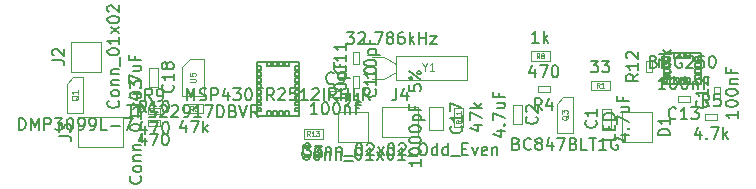
<source format=gbr>
G04 #@! TF.GenerationSoftware,KiCad,Pcbnew,5.0.1*
G04 #@! TF.CreationDate,2018-12-11T18:26:41-05:00*
G04 #@! TF.ProjectId,controller,636F6E74726F6C6C65722E6B69636164,rev?*
G04 #@! TF.SameCoordinates,Original*
G04 #@! TF.FileFunction,Other,Fab,Top*
%FSLAX46Y46*%
G04 Gerber Fmt 4.6, Leading zero omitted, Abs format (unit mm)*
G04 Created by KiCad (PCBNEW 5.0.1) date Tue 11 Dec 2018 06:26:41 PM EST*
%MOMM*%
%LPD*%
G01*
G04 APERTURE LIST*
%ADD10C,0.100000*%
%ADD11C,0.150000*%
%ADD12C,0.075000*%
%ADD13C,0.105000*%
G04 APERTURE END LIST*
D10*
G04 #@! TO.C,R13*
X48030000Y-58040000D02*
X49630000Y-58040000D01*
X49630000Y-58040000D02*
X49630000Y-58840000D01*
X49630000Y-58840000D02*
X48030000Y-58840000D01*
X48030000Y-58840000D02*
X48030000Y-58040000D01*
G04 #@! TO.C,R3*
X37940000Y-55920000D02*
X39540000Y-55920000D01*
X39540000Y-55920000D02*
X39540000Y-56720000D01*
X39540000Y-56720000D02*
X37940000Y-56720000D01*
X37940000Y-56720000D02*
X37940000Y-55920000D01*
G04 #@! TO.C,C10*
X52200000Y-53540000D02*
X52700000Y-53540000D01*
X52200000Y-54540000D02*
X52200000Y-53540000D01*
X52700000Y-54540000D02*
X52200000Y-54540000D01*
X52700000Y-53540000D02*
X52700000Y-54540000D01*
G04 #@! TO.C,C18*
X35720000Y-52860000D02*
X35720000Y-54460000D01*
X35720000Y-54460000D02*
X34920000Y-54460000D01*
X34920000Y-54460000D02*
X34920000Y-52860000D01*
X34920000Y-52860000D02*
X35720000Y-52860000D01*
G04 #@! TO.C,U5*
X39570000Y-52130000D02*
X39570000Y-55230000D01*
X39570000Y-55230000D02*
X37770000Y-55230000D01*
X37770000Y-52780000D02*
X37770000Y-55230000D01*
X39570000Y-52130000D02*
X38420000Y-52130000D01*
X37770000Y-52780000D02*
X38420000Y-52130000D01*
G04 #@! TO.C,Q1*
X27960000Y-56690000D02*
X29360000Y-56690000D01*
X29360000Y-53650000D02*
X29360000Y-56690000D01*
X27960000Y-54220000D02*
X28510000Y-53650000D01*
X28510000Y-53650000D02*
X29360000Y-53650000D01*
X27960000Y-54220000D02*
X27960000Y-56670000D01*
G04 #@! TO.C,C13*
X80700000Y-55740000D02*
X79700000Y-55740000D01*
X79700000Y-55740000D02*
X79700000Y-55240000D01*
X79700000Y-55240000D02*
X80700000Y-55240000D01*
X80700000Y-55240000D02*
X80700000Y-55740000D01*
G04 #@! TO.C,C12*
X83300000Y-55490000D02*
X82800000Y-55490000D01*
X83300000Y-54490000D02*
X83300000Y-55490000D01*
X82800000Y-54490000D02*
X83300000Y-54490000D01*
X82800000Y-55490000D02*
X82800000Y-54490000D01*
G04 #@! TO.C,C11*
X52200000Y-52540000D02*
X52200000Y-51540000D01*
X52200000Y-51540000D02*
X52700000Y-51540000D01*
X52700000Y-51540000D02*
X52700000Y-52540000D01*
X52700000Y-52540000D02*
X52200000Y-52540000D01*
G04 #@! TO.C,C9*
X50230000Y-54800000D02*
X51230000Y-54800000D01*
X51230000Y-54800000D02*
X51230000Y-55300000D01*
X51230000Y-55300000D02*
X50230000Y-55300000D01*
X50230000Y-55300000D02*
X50230000Y-54800000D01*
G04 #@! TO.C,C1*
X73250000Y-57940000D02*
X73250000Y-56340000D01*
X73250000Y-56340000D02*
X74050000Y-56340000D01*
X74050000Y-56340000D02*
X74050000Y-57940000D01*
X74050000Y-57940000D02*
X73250000Y-57940000D01*
G04 #@! TO.C,C2*
X65730000Y-56010000D02*
X66530000Y-56010000D01*
X65730000Y-57610000D02*
X65730000Y-56010000D01*
X66530000Y-57610000D02*
X65730000Y-57610000D01*
X66530000Y-56010000D02*
X66530000Y-57610000D01*
G04 #@! TO.C,C17*
X58630000Y-56140000D02*
X59870000Y-56140000D01*
X58630000Y-58140000D02*
X58630000Y-56140000D01*
X59870000Y-58140000D02*
X58630000Y-58140000D01*
X59870000Y-56140000D02*
X59870000Y-58140000D01*
G04 #@! TO.C,Y1*
X54850000Y-51940000D02*
X53850000Y-51940000D01*
X55850000Y-52540000D02*
X54850000Y-51940000D01*
X54850000Y-53840000D02*
X53850000Y-53840000D01*
X55850000Y-53240000D02*
X54850000Y-53840000D01*
X55850000Y-51890000D02*
X55850000Y-53890000D01*
X61850000Y-51890000D02*
X55850000Y-51890000D01*
X61850000Y-53890000D02*
X61850000Y-51890000D01*
X55850000Y-53890000D02*
X61850000Y-53890000D01*
G04 #@! TO.C,R5*
X82050000Y-56740000D02*
X83050000Y-56740000D01*
X83050000Y-56740000D02*
X83050000Y-57240000D01*
X83050000Y-57240000D02*
X82050000Y-57240000D01*
X82050000Y-57240000D02*
X82050000Y-56740000D01*
G04 #@! TO.C,R10*
X34860000Y-57770000D02*
X34860000Y-57270000D01*
X35860000Y-57770000D02*
X34860000Y-57770000D01*
X35860000Y-57270000D02*
X35860000Y-57770000D01*
X34860000Y-57270000D02*
X35860000Y-57270000D01*
G04 #@! TO.C,R12*
X77000000Y-53240000D02*
X77000000Y-52240000D01*
X77000000Y-52240000D02*
X77500000Y-52240000D01*
X77500000Y-52240000D02*
X77500000Y-53240000D01*
X77500000Y-53240000D02*
X77000000Y-53240000D01*
G04 #@! TO.C,R4*
X68850000Y-54390000D02*
X68850000Y-54890000D01*
X67850000Y-54390000D02*
X68850000Y-54390000D01*
X67850000Y-54890000D02*
X67850000Y-54390000D01*
X68850000Y-54890000D02*
X67850000Y-54890000D01*
G04 #@! TO.C,R9*
X34870000Y-56780000D02*
X34870000Y-56280000D01*
X35870000Y-56780000D02*
X34870000Y-56780000D01*
X35870000Y-56280000D02*
X35870000Y-56780000D01*
X34870000Y-56280000D02*
X35870000Y-56280000D01*
G04 #@! TO.C,R1*
X73950000Y-54740000D02*
X72350000Y-54740000D01*
X72350000Y-54740000D02*
X72350000Y-53940000D01*
X72350000Y-53940000D02*
X73950000Y-53940000D01*
X73950000Y-53940000D02*
X73950000Y-54740000D01*
G04 #@! TO.C,R8*
X68850000Y-51440000D02*
X68850000Y-52240000D01*
X67250000Y-51440000D02*
X68850000Y-51440000D01*
X67250000Y-52240000D02*
X67250000Y-51440000D01*
X68850000Y-52240000D02*
X67250000Y-52240000D01*
G04 #@! TO.C,R11*
X60750000Y-57840000D02*
X60750000Y-56240000D01*
X60750000Y-56240000D02*
X61550000Y-56240000D01*
X61550000Y-56240000D02*
X61550000Y-57840000D01*
X61550000Y-57840000D02*
X60750000Y-57840000D01*
G04 #@! TO.C,J1*
X53520000Y-56570000D02*
X50980000Y-56570000D01*
X53520000Y-59110000D02*
X53520000Y-56570000D01*
X50980000Y-59110000D02*
X53520000Y-59110000D01*
X50980000Y-56570000D02*
X50980000Y-59110000D01*
G04 #@! TO.C,J2*
X28365000Y-53170000D02*
X30905000Y-53170000D01*
X30905000Y-53170000D02*
X30905000Y-50630000D01*
X30905000Y-50630000D02*
X28365000Y-50630000D01*
X28365000Y-50630000D02*
X28365000Y-53170000D01*
G04 #@! TO.C,D1*
X77535000Y-59110000D02*
X77535000Y-56570000D01*
X74995000Y-59110000D02*
X77535000Y-59110000D01*
X74995000Y-56570000D02*
X74995000Y-59110000D01*
X77535000Y-56570000D02*
X74995000Y-56570000D01*
G04 #@! TO.C,J3*
X28965000Y-57030000D02*
X28965000Y-59570000D01*
X32775000Y-57030000D02*
X28965000Y-57030000D01*
X32775000Y-59570000D02*
X32775000Y-57030000D01*
X28965000Y-59570000D02*
X32775000Y-59570000D01*
G04 #@! TO.C,J4*
X57740000Y-56205000D02*
X54690000Y-56205000D01*
X57740000Y-58745000D02*
X57740000Y-56205000D01*
X54690000Y-58745000D02*
X57740000Y-58745000D01*
X54690000Y-56205000D02*
X54690000Y-58745000D01*
G04 #@! TO.C,Q3*
X69450000Y-58360000D02*
X70850000Y-58360000D01*
X70850000Y-55320000D02*
X70850000Y-58360000D01*
X69450000Y-55890000D02*
X70000000Y-55320000D01*
X70000000Y-55320000D02*
X70850000Y-55320000D01*
X69450000Y-55890000D02*
X69450000Y-58340000D01*
D11*
G04 #@! TO.C,U4*
X78550000Y-51590000D02*
X81650000Y-51590000D01*
X81650000Y-51590000D02*
X81650000Y-54190000D01*
X81650000Y-54190000D02*
X78550000Y-54190000D01*
X78550000Y-54190000D02*
X78550000Y-51590000D01*
X78550000Y-51965000D02*
X79025000Y-51965000D01*
X79025000Y-51965000D02*
X79025000Y-52315000D01*
X79025000Y-52315000D02*
X78550000Y-52315000D01*
X78550000Y-52465000D02*
X79025000Y-52465000D01*
X79025000Y-52465000D02*
X79025000Y-52815000D01*
X79025000Y-52815000D02*
X78550000Y-52815000D01*
X78550000Y-52965000D02*
X79025000Y-52965000D01*
X79025000Y-52965000D02*
X79025000Y-53315000D01*
X79025000Y-53315000D02*
X78550000Y-53315000D01*
X78550000Y-53465000D02*
X79025000Y-53465000D01*
X79025000Y-53465000D02*
X79025000Y-53815000D01*
X79025000Y-53815000D02*
X78550000Y-53815000D01*
X79425000Y-54190000D02*
X79425000Y-53715000D01*
X79425000Y-53715000D02*
X79775000Y-53715000D01*
X79775000Y-53715000D02*
X79775000Y-54190000D01*
X79925000Y-54190000D02*
X79925000Y-53715000D01*
X79925000Y-53715000D02*
X80275000Y-53715000D01*
X80275000Y-53715000D02*
X80275000Y-54190000D01*
X80425000Y-54190000D02*
X80425000Y-53715000D01*
X80425000Y-53715000D02*
X80775000Y-53715000D01*
X80775000Y-53715000D02*
X80775000Y-54190000D01*
X81650000Y-53815000D02*
X81175000Y-53815000D01*
X81175000Y-53815000D02*
X81175000Y-53465000D01*
X81175000Y-53465000D02*
X81650000Y-53465000D01*
X81650000Y-53315000D02*
X81175000Y-53315000D01*
X81175000Y-53315000D02*
X81175000Y-52965000D01*
X81175000Y-52965000D02*
X81650000Y-52965000D01*
X81650000Y-52815000D02*
X81175000Y-52815000D01*
X81175000Y-52815000D02*
X81175000Y-52465000D01*
X81175000Y-52465000D02*
X81650000Y-52465000D01*
X81650000Y-52315000D02*
X81175000Y-52315000D01*
X81175000Y-52315000D02*
X81175000Y-51965000D01*
X81175000Y-51965000D02*
X81650000Y-51965000D01*
X80775000Y-51590000D02*
X80775000Y-52065000D01*
X80775000Y-52065000D02*
X80425000Y-52065000D01*
X80425000Y-52065000D02*
X80425000Y-51590000D01*
X80275000Y-51590000D02*
X80275000Y-52065000D01*
X80275000Y-52065000D02*
X79925000Y-52065000D01*
X79925000Y-52065000D02*
X79925000Y-51590000D01*
X79775000Y-51590000D02*
X79775000Y-52065000D01*
X79775000Y-52065000D02*
X79425000Y-52065000D01*
X79425000Y-52065000D02*
X79425000Y-51590000D01*
G04 #@! TO.C,U3*
X47660000Y-56940000D02*
X44060000Y-56940000D01*
X44060000Y-56940000D02*
X44060000Y-52340000D01*
X44060000Y-52340000D02*
X47660000Y-52340000D01*
X47660000Y-52340000D02*
X47660000Y-56940000D01*
X47660000Y-56540000D02*
X47260000Y-56540000D01*
X47260000Y-56540000D02*
X47260000Y-56240000D01*
X47260000Y-56240000D02*
X47660000Y-56240000D01*
X47660000Y-56040000D02*
X47260000Y-56040000D01*
X47260000Y-56040000D02*
X47260000Y-55740000D01*
X47260000Y-55740000D02*
X47660000Y-55740000D01*
X47660000Y-55540000D02*
X47260000Y-55540000D01*
X47260000Y-55540000D02*
X47260000Y-55240000D01*
X47260000Y-55240000D02*
X47660000Y-55240000D01*
X47660000Y-55040000D02*
X47260000Y-55040000D01*
X47260000Y-55040000D02*
X47260000Y-54740000D01*
X47260000Y-54740000D02*
X47660000Y-54740000D01*
X47660000Y-54540000D02*
X47260000Y-54540000D01*
X47260000Y-54540000D02*
X47260000Y-54240000D01*
X47260000Y-54240000D02*
X47660000Y-54240000D01*
X47660000Y-54040000D02*
X47260000Y-54040000D01*
X47260000Y-54040000D02*
X47260000Y-53740000D01*
X47260000Y-53740000D02*
X47660000Y-53740000D01*
X47660000Y-53540000D02*
X47260000Y-53540000D01*
X47260000Y-53540000D02*
X47260000Y-53240000D01*
X47260000Y-53240000D02*
X47660000Y-53240000D01*
X47660000Y-53040000D02*
X47260000Y-53040000D01*
X47260000Y-53040000D02*
X47260000Y-52740000D01*
X47260000Y-52740000D02*
X47660000Y-52740000D01*
X46760000Y-52340000D02*
X46760000Y-52740000D01*
X46760000Y-52740000D02*
X46460000Y-52740000D01*
X46460000Y-52740000D02*
X46460000Y-52340000D01*
X46260000Y-52340000D02*
X46260000Y-52740000D01*
X46260000Y-52740000D02*
X45960000Y-52740000D01*
X45960000Y-52740000D02*
X45960000Y-52340000D01*
X45760000Y-52340000D02*
X45760000Y-52740000D01*
X45760000Y-52740000D02*
X45460000Y-52740000D01*
X45460000Y-52740000D02*
X45460000Y-52340000D01*
X45260000Y-52340000D02*
X45260000Y-52740000D01*
X45260000Y-52740000D02*
X44960000Y-52740000D01*
X44960000Y-52740000D02*
X44960000Y-52340000D01*
X44060000Y-52740000D02*
X44460000Y-52740000D01*
X44460000Y-52740000D02*
X44460000Y-53040000D01*
X44460000Y-53040000D02*
X44060000Y-53040000D01*
X44060000Y-53240000D02*
X44460000Y-53240000D01*
X44460000Y-53240000D02*
X44460000Y-53540000D01*
X44460000Y-53540000D02*
X44060000Y-53540000D01*
X44060000Y-53740000D02*
X44460000Y-53740000D01*
X44460000Y-53740000D02*
X44460000Y-54040000D01*
X44460000Y-54040000D02*
X44060000Y-54040000D01*
X44060000Y-54240000D02*
X44460000Y-54240000D01*
X44460000Y-54240000D02*
X44460000Y-54540000D01*
X44460000Y-54540000D02*
X44060000Y-54540000D01*
X44060000Y-54740000D02*
X44460000Y-54740000D01*
X44460000Y-54740000D02*
X44460000Y-55040000D01*
X44460000Y-55040000D02*
X44060000Y-55040000D01*
X44060000Y-55240000D02*
X44460000Y-55240000D01*
X44460000Y-55240000D02*
X44460000Y-55540000D01*
X44460000Y-55540000D02*
X44060000Y-55540000D01*
X44060000Y-55740000D02*
X44460000Y-55740000D01*
X44460000Y-55740000D02*
X44460000Y-56040000D01*
X44460000Y-56040000D02*
X44060000Y-56040000D01*
X44060000Y-56240000D02*
X44460000Y-56240000D01*
X44460000Y-56240000D02*
X44460000Y-56540000D01*
X44460000Y-56540000D02*
X44060000Y-56540000D01*
X44960000Y-56940000D02*
X44960000Y-56540000D01*
X44960000Y-56540000D02*
X45260000Y-56540000D01*
X45260000Y-56540000D02*
X45260000Y-56940000D01*
X45460000Y-56940000D02*
X45460000Y-56540000D01*
X45460000Y-56540000D02*
X45760000Y-56540000D01*
X45760000Y-56540000D02*
X45760000Y-56940000D01*
X45960000Y-56940000D02*
X45960000Y-56540000D01*
X45960000Y-56540000D02*
X46260000Y-56540000D01*
X46260000Y-56540000D02*
X46260000Y-56940000D01*
X46460000Y-56940000D02*
X46460000Y-56540000D01*
X46460000Y-56540000D02*
X46760000Y-56540000D01*
X46760000Y-56540000D02*
X46760000Y-56940000D01*
G04 #@! TD*
G04 #@! TO.C,R13*
X48020476Y-59442380D02*
X48639523Y-59442380D01*
X48306190Y-59823333D01*
X48449047Y-59823333D01*
X48544285Y-59870952D01*
X48591904Y-59918571D01*
X48639523Y-60013809D01*
X48639523Y-60251904D01*
X48591904Y-60347142D01*
X48544285Y-60394761D01*
X48449047Y-60442380D01*
X48163333Y-60442380D01*
X48068095Y-60394761D01*
X48020476Y-60347142D01*
X48972857Y-59442380D02*
X49591904Y-59442380D01*
X49258571Y-59823333D01*
X49401428Y-59823333D01*
X49496666Y-59870952D01*
X49544285Y-59918571D01*
X49591904Y-60013809D01*
X49591904Y-60251904D01*
X49544285Y-60347142D01*
X49496666Y-60394761D01*
X49401428Y-60442380D01*
X49115714Y-60442380D01*
X49020476Y-60394761D01*
X48972857Y-60347142D01*
D12*
X48572857Y-58620952D02*
X48439523Y-58430476D01*
X48344285Y-58620952D02*
X48344285Y-58220952D01*
X48496666Y-58220952D01*
X48534761Y-58240000D01*
X48553809Y-58259047D01*
X48572857Y-58297142D01*
X48572857Y-58354285D01*
X48553809Y-58392380D01*
X48534761Y-58411428D01*
X48496666Y-58430476D01*
X48344285Y-58430476D01*
X48953809Y-58620952D02*
X48725238Y-58620952D01*
X48839523Y-58620952D02*
X48839523Y-58220952D01*
X48801428Y-58278095D01*
X48763333Y-58316190D01*
X48725238Y-58335238D01*
X49087142Y-58220952D02*
X49334761Y-58220952D01*
X49201428Y-58373333D01*
X49258571Y-58373333D01*
X49296666Y-58392380D01*
X49315714Y-58411428D01*
X49334761Y-58449523D01*
X49334761Y-58544761D01*
X49315714Y-58582857D01*
X49296666Y-58601904D01*
X49258571Y-58620952D01*
X49144285Y-58620952D01*
X49106190Y-58601904D01*
X49087142Y-58582857D01*
G04 #@! TO.C,R3*
D11*
X38049523Y-57655714D02*
X38049523Y-58322380D01*
X37811428Y-57274761D02*
X37573333Y-57989047D01*
X38192380Y-57989047D01*
X38478095Y-57322380D02*
X39144761Y-57322380D01*
X38716190Y-58322380D01*
X39525714Y-58322380D02*
X39525714Y-57322380D01*
X39620952Y-57941428D02*
X39906666Y-58322380D01*
X39906666Y-57655714D02*
X39525714Y-58036666D01*
D12*
X38673333Y-56500952D02*
X38540000Y-56310476D01*
X38444761Y-56500952D02*
X38444761Y-56100952D01*
X38597142Y-56100952D01*
X38635238Y-56120000D01*
X38654285Y-56139047D01*
X38673333Y-56177142D01*
X38673333Y-56234285D01*
X38654285Y-56272380D01*
X38635238Y-56291428D01*
X38597142Y-56310476D01*
X38444761Y-56310476D01*
X38806666Y-56100952D02*
X39054285Y-56100952D01*
X38920952Y-56253333D01*
X38978095Y-56253333D01*
X39016190Y-56272380D01*
X39035238Y-56291428D01*
X39054285Y-56329523D01*
X39054285Y-56424761D01*
X39035238Y-56462857D01*
X39016190Y-56481904D01*
X38978095Y-56500952D01*
X38863809Y-56500952D01*
X38825714Y-56481904D01*
X38806666Y-56462857D01*
G04 #@! TO.C,C10*
D11*
X51632380Y-55111428D02*
X51632380Y-55682857D01*
X51632380Y-55397142D02*
X50632380Y-55397142D01*
X50775238Y-55492380D01*
X50870476Y-55587619D01*
X50918095Y-55682857D01*
X50632380Y-54492380D02*
X50632380Y-54397142D01*
X50680000Y-54301904D01*
X50727619Y-54254285D01*
X50822857Y-54206666D01*
X51013333Y-54159047D01*
X51251428Y-54159047D01*
X51441904Y-54206666D01*
X51537142Y-54254285D01*
X51584761Y-54301904D01*
X51632380Y-54397142D01*
X51632380Y-54492380D01*
X51584761Y-54587619D01*
X51537142Y-54635238D01*
X51441904Y-54682857D01*
X51251428Y-54730476D01*
X51013333Y-54730476D01*
X50822857Y-54682857D01*
X50727619Y-54635238D01*
X50680000Y-54587619D01*
X50632380Y-54492380D01*
X50965714Y-53730476D02*
X51965714Y-53730476D01*
X51013333Y-53730476D02*
X50965714Y-53635238D01*
X50965714Y-53444761D01*
X51013333Y-53349523D01*
X51060952Y-53301904D01*
X51156190Y-53254285D01*
X51441904Y-53254285D01*
X51537142Y-53301904D01*
X51584761Y-53349523D01*
X51632380Y-53444761D01*
X51632380Y-53635238D01*
X51584761Y-53730476D01*
X51108571Y-52492380D02*
X51108571Y-52825714D01*
X51632380Y-52825714D02*
X50632380Y-52825714D01*
X50632380Y-52349523D01*
X54077142Y-54682857D02*
X54124761Y-54730476D01*
X54172380Y-54873333D01*
X54172380Y-54968571D01*
X54124761Y-55111428D01*
X54029523Y-55206666D01*
X53934285Y-55254285D01*
X53743809Y-55301904D01*
X53600952Y-55301904D01*
X53410476Y-55254285D01*
X53315238Y-55206666D01*
X53220000Y-55111428D01*
X53172380Y-54968571D01*
X53172380Y-54873333D01*
X53220000Y-54730476D01*
X53267619Y-54682857D01*
X54172380Y-53730476D02*
X54172380Y-54301904D01*
X54172380Y-54016190D02*
X53172380Y-54016190D01*
X53315238Y-54111428D01*
X53410476Y-54206666D01*
X53458095Y-54301904D01*
X53172380Y-53111428D02*
X53172380Y-53016190D01*
X53220000Y-52920952D01*
X53267619Y-52873333D01*
X53362857Y-52825714D01*
X53553333Y-52778095D01*
X53791428Y-52778095D01*
X53981904Y-52825714D01*
X54077142Y-52873333D01*
X54124761Y-52920952D01*
X54172380Y-53016190D01*
X54172380Y-53111428D01*
X54124761Y-53206666D01*
X54077142Y-53254285D01*
X53981904Y-53301904D01*
X53791428Y-53349523D01*
X53553333Y-53349523D01*
X53362857Y-53301904D01*
X53267619Y-53254285D01*
X53220000Y-53206666D01*
X53172380Y-53111428D01*
G04 #@! TO.C,C18*
X33605714Y-55064761D02*
X34272380Y-55064761D01*
X33224761Y-55302857D02*
X33939047Y-55540952D01*
X33939047Y-54921904D01*
X34177142Y-54540952D02*
X34224761Y-54493333D01*
X34272380Y-54540952D01*
X34224761Y-54588571D01*
X34177142Y-54540952D01*
X34272380Y-54540952D01*
X33272380Y-54160000D02*
X33272380Y-53493333D01*
X34272380Y-53921904D01*
X33605714Y-52683809D02*
X34272380Y-52683809D01*
X33605714Y-53112380D02*
X34129523Y-53112380D01*
X34224761Y-53064761D01*
X34272380Y-52969523D01*
X34272380Y-52826666D01*
X34224761Y-52731428D01*
X34177142Y-52683809D01*
X33748571Y-51874285D02*
X33748571Y-52207619D01*
X34272380Y-52207619D02*
X33272380Y-52207619D01*
X33272380Y-51731428D01*
X36927142Y-54302857D02*
X36974761Y-54350476D01*
X37022380Y-54493333D01*
X37022380Y-54588571D01*
X36974761Y-54731428D01*
X36879523Y-54826666D01*
X36784285Y-54874285D01*
X36593809Y-54921904D01*
X36450952Y-54921904D01*
X36260476Y-54874285D01*
X36165238Y-54826666D01*
X36070000Y-54731428D01*
X36022380Y-54588571D01*
X36022380Y-54493333D01*
X36070000Y-54350476D01*
X36117619Y-54302857D01*
X37022380Y-53350476D02*
X37022380Y-53921904D01*
X37022380Y-53636190D02*
X36022380Y-53636190D01*
X36165238Y-53731428D01*
X36260476Y-53826666D01*
X36308095Y-53921904D01*
X36450952Y-52779047D02*
X36403333Y-52874285D01*
X36355714Y-52921904D01*
X36260476Y-52969523D01*
X36212857Y-52969523D01*
X36117619Y-52921904D01*
X36070000Y-52874285D01*
X36022380Y-52779047D01*
X36022380Y-52588571D01*
X36070000Y-52493333D01*
X36117619Y-52445714D01*
X36212857Y-52398095D01*
X36260476Y-52398095D01*
X36355714Y-52445714D01*
X36403333Y-52493333D01*
X36450952Y-52588571D01*
X36450952Y-52779047D01*
X36498571Y-52874285D01*
X36546190Y-52921904D01*
X36641428Y-52969523D01*
X36831904Y-52969523D01*
X36927142Y-52921904D01*
X36974761Y-52874285D01*
X37022380Y-52779047D01*
X37022380Y-52588571D01*
X36974761Y-52493333D01*
X36927142Y-52445714D01*
X36831904Y-52398095D01*
X36641428Y-52398095D01*
X36546190Y-52445714D01*
X36498571Y-52493333D01*
X36450952Y-52588571D01*
G04 #@! TO.C,U5*
X33098571Y-56032380D02*
X33670000Y-56032380D01*
X33384285Y-57032380D02*
X33384285Y-56032380D01*
X34003333Y-57032380D02*
X34003333Y-56032380D01*
X34384285Y-56032380D01*
X34479523Y-56080000D01*
X34527142Y-56127619D01*
X34574761Y-56222857D01*
X34574761Y-56365714D01*
X34527142Y-56460952D01*
X34479523Y-56508571D01*
X34384285Y-56556190D01*
X34003333Y-56556190D01*
X34955714Y-56984761D02*
X35098571Y-57032380D01*
X35336666Y-57032380D01*
X35431904Y-56984761D01*
X35479523Y-56937142D01*
X35527142Y-56841904D01*
X35527142Y-56746666D01*
X35479523Y-56651428D01*
X35431904Y-56603809D01*
X35336666Y-56556190D01*
X35146190Y-56508571D01*
X35050952Y-56460952D01*
X35003333Y-56413333D01*
X34955714Y-56318095D01*
X34955714Y-56222857D01*
X35003333Y-56127619D01*
X35050952Y-56080000D01*
X35146190Y-56032380D01*
X35384285Y-56032380D01*
X35527142Y-56080000D01*
X35908095Y-56127619D02*
X35955714Y-56080000D01*
X36050952Y-56032380D01*
X36289047Y-56032380D01*
X36384285Y-56080000D01*
X36431904Y-56127619D01*
X36479523Y-56222857D01*
X36479523Y-56318095D01*
X36431904Y-56460952D01*
X35860476Y-57032380D01*
X36479523Y-57032380D01*
X36860476Y-56127619D02*
X36908095Y-56080000D01*
X37003333Y-56032380D01*
X37241428Y-56032380D01*
X37336666Y-56080000D01*
X37384285Y-56127619D01*
X37431904Y-56222857D01*
X37431904Y-56318095D01*
X37384285Y-56460952D01*
X36812857Y-57032380D01*
X37431904Y-57032380D01*
X37908095Y-57032380D02*
X38098571Y-57032380D01*
X38193809Y-56984761D01*
X38241428Y-56937142D01*
X38336666Y-56794285D01*
X38384285Y-56603809D01*
X38384285Y-56222857D01*
X38336666Y-56127619D01*
X38289047Y-56080000D01*
X38193809Y-56032380D01*
X38003333Y-56032380D01*
X37908095Y-56080000D01*
X37860476Y-56127619D01*
X37812857Y-56222857D01*
X37812857Y-56460952D01*
X37860476Y-56556190D01*
X37908095Y-56603809D01*
X38003333Y-56651428D01*
X38193809Y-56651428D01*
X38289047Y-56603809D01*
X38336666Y-56556190D01*
X38384285Y-56460952D01*
X39336666Y-57032380D02*
X38765238Y-57032380D01*
X39050952Y-57032380D02*
X39050952Y-56032380D01*
X38955714Y-56175238D01*
X38860476Y-56270476D01*
X38765238Y-56318095D01*
X39670000Y-56032380D02*
X40336666Y-56032380D01*
X39908095Y-57032380D01*
X40717619Y-57032380D02*
X40717619Y-56032380D01*
X40955714Y-56032380D01*
X41098571Y-56080000D01*
X41193809Y-56175238D01*
X41241428Y-56270476D01*
X41289047Y-56460952D01*
X41289047Y-56603809D01*
X41241428Y-56794285D01*
X41193809Y-56889523D01*
X41098571Y-56984761D01*
X40955714Y-57032380D01*
X40717619Y-57032380D01*
X42050952Y-56508571D02*
X42193809Y-56556190D01*
X42241428Y-56603809D01*
X42289047Y-56699047D01*
X42289047Y-56841904D01*
X42241428Y-56937142D01*
X42193809Y-56984761D01*
X42098571Y-57032380D01*
X41717619Y-57032380D01*
X41717619Y-56032380D01*
X42050952Y-56032380D01*
X42146190Y-56080000D01*
X42193809Y-56127619D01*
X42241428Y-56222857D01*
X42241428Y-56318095D01*
X42193809Y-56413333D01*
X42146190Y-56460952D01*
X42050952Y-56508571D01*
X41717619Y-56508571D01*
X42574761Y-56032380D02*
X42908095Y-57032380D01*
X43241428Y-56032380D01*
X44146190Y-57032380D02*
X43812857Y-56556190D01*
X43574761Y-57032380D02*
X43574761Y-56032380D01*
X43955714Y-56032380D01*
X44050952Y-56080000D01*
X44098571Y-56127619D01*
X44146190Y-56222857D01*
X44146190Y-56365714D01*
X44098571Y-56460952D01*
X44050952Y-56508571D01*
X43955714Y-56556190D01*
X43574761Y-56556190D01*
D12*
X38396190Y-54060952D02*
X38800952Y-54060952D01*
X38848571Y-54037142D01*
X38872380Y-54013333D01*
X38896190Y-53965714D01*
X38896190Y-53870476D01*
X38872380Y-53822857D01*
X38848571Y-53799047D01*
X38800952Y-53775238D01*
X38396190Y-53775238D01*
X38396190Y-53299047D02*
X38396190Y-53537142D01*
X38634285Y-53560952D01*
X38610476Y-53537142D01*
X38586666Y-53489523D01*
X38586666Y-53370476D01*
X38610476Y-53322857D01*
X38634285Y-53299047D01*
X38681904Y-53275238D01*
X38800952Y-53275238D01*
X38848571Y-53299047D01*
X38872380Y-53322857D01*
X38896190Y-53370476D01*
X38896190Y-53489523D01*
X38872380Y-53537142D01*
X38848571Y-53560952D01*
G04 #@! TO.C,Q1*
D11*
X23921904Y-58122380D02*
X23921904Y-57122380D01*
X24160000Y-57122380D01*
X24302857Y-57170000D01*
X24398095Y-57265238D01*
X24445714Y-57360476D01*
X24493333Y-57550952D01*
X24493333Y-57693809D01*
X24445714Y-57884285D01*
X24398095Y-57979523D01*
X24302857Y-58074761D01*
X24160000Y-58122380D01*
X23921904Y-58122380D01*
X24921904Y-58122380D02*
X24921904Y-57122380D01*
X25255238Y-57836666D01*
X25588571Y-57122380D01*
X25588571Y-58122380D01*
X26064761Y-58122380D02*
X26064761Y-57122380D01*
X26445714Y-57122380D01*
X26540952Y-57170000D01*
X26588571Y-57217619D01*
X26636190Y-57312857D01*
X26636190Y-57455714D01*
X26588571Y-57550952D01*
X26540952Y-57598571D01*
X26445714Y-57646190D01*
X26064761Y-57646190D01*
X26969523Y-57122380D02*
X27588571Y-57122380D01*
X27255238Y-57503333D01*
X27398095Y-57503333D01*
X27493333Y-57550952D01*
X27540952Y-57598571D01*
X27588571Y-57693809D01*
X27588571Y-57931904D01*
X27540952Y-58027142D01*
X27493333Y-58074761D01*
X27398095Y-58122380D01*
X27112380Y-58122380D01*
X27017142Y-58074761D01*
X26969523Y-58027142D01*
X28207619Y-57122380D02*
X28302857Y-57122380D01*
X28398095Y-57170000D01*
X28445714Y-57217619D01*
X28493333Y-57312857D01*
X28540952Y-57503333D01*
X28540952Y-57741428D01*
X28493333Y-57931904D01*
X28445714Y-58027142D01*
X28398095Y-58074761D01*
X28302857Y-58122380D01*
X28207619Y-58122380D01*
X28112380Y-58074761D01*
X28064761Y-58027142D01*
X28017142Y-57931904D01*
X27969523Y-57741428D01*
X27969523Y-57503333D01*
X28017142Y-57312857D01*
X28064761Y-57217619D01*
X28112380Y-57170000D01*
X28207619Y-57122380D01*
X29017142Y-58122380D02*
X29207619Y-58122380D01*
X29302857Y-58074761D01*
X29350476Y-58027142D01*
X29445714Y-57884285D01*
X29493333Y-57693809D01*
X29493333Y-57312857D01*
X29445714Y-57217619D01*
X29398095Y-57170000D01*
X29302857Y-57122380D01*
X29112380Y-57122380D01*
X29017142Y-57170000D01*
X28969523Y-57217619D01*
X28921904Y-57312857D01*
X28921904Y-57550952D01*
X28969523Y-57646190D01*
X29017142Y-57693809D01*
X29112380Y-57741428D01*
X29302857Y-57741428D01*
X29398095Y-57693809D01*
X29445714Y-57646190D01*
X29493333Y-57550952D01*
X29969523Y-58122380D02*
X30160000Y-58122380D01*
X30255238Y-58074761D01*
X30302857Y-58027142D01*
X30398095Y-57884285D01*
X30445714Y-57693809D01*
X30445714Y-57312857D01*
X30398095Y-57217619D01*
X30350476Y-57170000D01*
X30255238Y-57122380D01*
X30064761Y-57122380D01*
X29969523Y-57170000D01*
X29921904Y-57217619D01*
X29874285Y-57312857D01*
X29874285Y-57550952D01*
X29921904Y-57646190D01*
X29969523Y-57693809D01*
X30064761Y-57741428D01*
X30255238Y-57741428D01*
X30350476Y-57693809D01*
X30398095Y-57646190D01*
X30445714Y-57550952D01*
X31350476Y-58122380D02*
X30874285Y-58122380D01*
X30874285Y-57122380D01*
X31683809Y-57741428D02*
X32445714Y-57741428D01*
X32826666Y-57122380D02*
X33493333Y-57122380D01*
X33064761Y-58122380D01*
D12*
X28933809Y-55217619D02*
X28910000Y-55265238D01*
X28862380Y-55312857D01*
X28790952Y-55384285D01*
X28767142Y-55431904D01*
X28767142Y-55479523D01*
X28886190Y-55455714D02*
X28862380Y-55503333D01*
X28814761Y-55550952D01*
X28719523Y-55574761D01*
X28552857Y-55574761D01*
X28457619Y-55550952D01*
X28410000Y-55503333D01*
X28386190Y-55455714D01*
X28386190Y-55360476D01*
X28410000Y-55312857D01*
X28457619Y-55265238D01*
X28552857Y-55241428D01*
X28719523Y-55241428D01*
X28814761Y-55265238D01*
X28862380Y-55312857D01*
X28886190Y-55360476D01*
X28886190Y-55455714D01*
X28886190Y-54765238D02*
X28886190Y-55050952D01*
X28886190Y-54908095D02*
X28386190Y-54908095D01*
X28457619Y-54955714D01*
X28505238Y-55003333D01*
X28529047Y-55050952D01*
G04 #@! TO.C,C13*
D11*
X78652380Y-54672380D02*
X78080952Y-54672380D01*
X78366666Y-54672380D02*
X78366666Y-53672380D01*
X78271428Y-53815238D01*
X78176190Y-53910476D01*
X78080952Y-53958095D01*
X79271428Y-53672380D02*
X79366666Y-53672380D01*
X79461904Y-53720000D01*
X79509523Y-53767619D01*
X79557142Y-53862857D01*
X79604761Y-54053333D01*
X79604761Y-54291428D01*
X79557142Y-54481904D01*
X79509523Y-54577142D01*
X79461904Y-54624761D01*
X79366666Y-54672380D01*
X79271428Y-54672380D01*
X79176190Y-54624761D01*
X79128571Y-54577142D01*
X79080952Y-54481904D01*
X79033333Y-54291428D01*
X79033333Y-54053333D01*
X79080952Y-53862857D01*
X79128571Y-53767619D01*
X79176190Y-53720000D01*
X79271428Y-53672380D01*
X80223809Y-53672380D02*
X80319047Y-53672380D01*
X80414285Y-53720000D01*
X80461904Y-53767619D01*
X80509523Y-53862857D01*
X80557142Y-54053333D01*
X80557142Y-54291428D01*
X80509523Y-54481904D01*
X80461904Y-54577142D01*
X80414285Y-54624761D01*
X80319047Y-54672380D01*
X80223809Y-54672380D01*
X80128571Y-54624761D01*
X80080952Y-54577142D01*
X80033333Y-54481904D01*
X79985714Y-54291428D01*
X79985714Y-54053333D01*
X80033333Y-53862857D01*
X80080952Y-53767619D01*
X80128571Y-53720000D01*
X80223809Y-53672380D01*
X80985714Y-54005714D02*
X80985714Y-54672380D01*
X80985714Y-54100952D02*
X81033333Y-54053333D01*
X81128571Y-54005714D01*
X81271428Y-54005714D01*
X81366666Y-54053333D01*
X81414285Y-54148571D01*
X81414285Y-54672380D01*
X82223809Y-54148571D02*
X81890476Y-54148571D01*
X81890476Y-54672380D02*
X81890476Y-53672380D01*
X82366666Y-53672380D01*
X79557142Y-57117142D02*
X79509523Y-57164761D01*
X79366666Y-57212380D01*
X79271428Y-57212380D01*
X79128571Y-57164761D01*
X79033333Y-57069523D01*
X78985714Y-56974285D01*
X78938095Y-56783809D01*
X78938095Y-56640952D01*
X78985714Y-56450476D01*
X79033333Y-56355238D01*
X79128571Y-56260000D01*
X79271428Y-56212380D01*
X79366666Y-56212380D01*
X79509523Y-56260000D01*
X79557142Y-56307619D01*
X80509523Y-57212380D02*
X79938095Y-57212380D01*
X80223809Y-57212380D02*
X80223809Y-56212380D01*
X80128571Y-56355238D01*
X80033333Y-56450476D01*
X79938095Y-56498095D01*
X80842857Y-56212380D02*
X81461904Y-56212380D01*
X81128571Y-56593333D01*
X81271428Y-56593333D01*
X81366666Y-56640952D01*
X81414285Y-56688571D01*
X81461904Y-56783809D01*
X81461904Y-57021904D01*
X81414285Y-57117142D01*
X81366666Y-57164761D01*
X81271428Y-57212380D01*
X80985714Y-57212380D01*
X80890476Y-57164761D01*
X80842857Y-57117142D01*
G04 #@! TO.C,C12*
X84772380Y-56537619D02*
X84772380Y-57109047D01*
X84772380Y-56823333D02*
X83772380Y-56823333D01*
X83915238Y-56918571D01*
X84010476Y-57013809D01*
X84058095Y-57109047D01*
X83772380Y-55918571D02*
X83772380Y-55823333D01*
X83820000Y-55728095D01*
X83867619Y-55680476D01*
X83962857Y-55632857D01*
X84153333Y-55585238D01*
X84391428Y-55585238D01*
X84581904Y-55632857D01*
X84677142Y-55680476D01*
X84724761Y-55728095D01*
X84772380Y-55823333D01*
X84772380Y-55918571D01*
X84724761Y-56013809D01*
X84677142Y-56061428D01*
X84581904Y-56109047D01*
X84391428Y-56156666D01*
X84153333Y-56156666D01*
X83962857Y-56109047D01*
X83867619Y-56061428D01*
X83820000Y-56013809D01*
X83772380Y-55918571D01*
X83772380Y-54966190D02*
X83772380Y-54870952D01*
X83820000Y-54775714D01*
X83867619Y-54728095D01*
X83962857Y-54680476D01*
X84153333Y-54632857D01*
X84391428Y-54632857D01*
X84581904Y-54680476D01*
X84677142Y-54728095D01*
X84724761Y-54775714D01*
X84772380Y-54870952D01*
X84772380Y-54966190D01*
X84724761Y-55061428D01*
X84677142Y-55109047D01*
X84581904Y-55156666D01*
X84391428Y-55204285D01*
X84153333Y-55204285D01*
X83962857Y-55156666D01*
X83867619Y-55109047D01*
X83820000Y-55061428D01*
X83772380Y-54966190D01*
X84105714Y-54204285D02*
X84772380Y-54204285D01*
X84200952Y-54204285D02*
X84153333Y-54156666D01*
X84105714Y-54061428D01*
X84105714Y-53918571D01*
X84153333Y-53823333D01*
X84248571Y-53775714D01*
X84772380Y-53775714D01*
X84248571Y-52966190D02*
X84248571Y-53299523D01*
X84772380Y-53299523D02*
X83772380Y-53299523D01*
X83772380Y-52823333D01*
X82137142Y-55632857D02*
X82184761Y-55680476D01*
X82232380Y-55823333D01*
X82232380Y-55918571D01*
X82184761Y-56061428D01*
X82089523Y-56156666D01*
X81994285Y-56204285D01*
X81803809Y-56251904D01*
X81660952Y-56251904D01*
X81470476Y-56204285D01*
X81375238Y-56156666D01*
X81280000Y-56061428D01*
X81232380Y-55918571D01*
X81232380Y-55823333D01*
X81280000Y-55680476D01*
X81327619Y-55632857D01*
X82232380Y-54680476D02*
X82232380Y-55251904D01*
X82232380Y-54966190D02*
X81232380Y-54966190D01*
X81375238Y-55061428D01*
X81470476Y-55156666D01*
X81518095Y-55251904D01*
X81327619Y-54299523D02*
X81280000Y-54251904D01*
X81232380Y-54156666D01*
X81232380Y-53918571D01*
X81280000Y-53823333D01*
X81327619Y-53775714D01*
X81422857Y-53728095D01*
X81518095Y-53728095D01*
X81660952Y-53775714D01*
X82232380Y-54347142D01*
X82232380Y-53728095D01*
G04 #@! TO.C,C11*
X54172380Y-53111428D02*
X54172380Y-53682857D01*
X54172380Y-53397142D02*
X53172380Y-53397142D01*
X53315238Y-53492380D01*
X53410476Y-53587619D01*
X53458095Y-53682857D01*
X53172380Y-52492380D02*
X53172380Y-52397142D01*
X53220000Y-52301904D01*
X53267619Y-52254285D01*
X53362857Y-52206666D01*
X53553333Y-52159047D01*
X53791428Y-52159047D01*
X53981904Y-52206666D01*
X54077142Y-52254285D01*
X54124761Y-52301904D01*
X54172380Y-52397142D01*
X54172380Y-52492380D01*
X54124761Y-52587619D01*
X54077142Y-52635238D01*
X53981904Y-52682857D01*
X53791428Y-52730476D01*
X53553333Y-52730476D01*
X53362857Y-52682857D01*
X53267619Y-52635238D01*
X53220000Y-52587619D01*
X53172380Y-52492380D01*
X53505714Y-51730476D02*
X54505714Y-51730476D01*
X53553333Y-51730476D02*
X53505714Y-51635238D01*
X53505714Y-51444761D01*
X53553333Y-51349523D01*
X53600952Y-51301904D01*
X53696190Y-51254285D01*
X53981904Y-51254285D01*
X54077142Y-51301904D01*
X54124761Y-51349523D01*
X54172380Y-51444761D01*
X54172380Y-51635238D01*
X54124761Y-51730476D01*
X53648571Y-50492380D02*
X53648571Y-50825714D01*
X54172380Y-50825714D02*
X53172380Y-50825714D01*
X53172380Y-50349523D01*
X51537142Y-52682857D02*
X51584761Y-52730476D01*
X51632380Y-52873333D01*
X51632380Y-52968571D01*
X51584761Y-53111428D01*
X51489523Y-53206666D01*
X51394285Y-53254285D01*
X51203809Y-53301904D01*
X51060952Y-53301904D01*
X50870476Y-53254285D01*
X50775238Y-53206666D01*
X50680000Y-53111428D01*
X50632380Y-52968571D01*
X50632380Y-52873333D01*
X50680000Y-52730476D01*
X50727619Y-52682857D01*
X51632380Y-51730476D02*
X51632380Y-52301904D01*
X51632380Y-52016190D02*
X50632380Y-52016190D01*
X50775238Y-52111428D01*
X50870476Y-52206666D01*
X50918095Y-52301904D01*
X51632380Y-50778095D02*
X51632380Y-51349523D01*
X51632380Y-51063809D02*
X50632380Y-51063809D01*
X50775238Y-51159047D01*
X50870476Y-51254285D01*
X50918095Y-51349523D01*
G04 #@! TO.C,C9*
X49182380Y-56772380D02*
X48610952Y-56772380D01*
X48896666Y-56772380D02*
X48896666Y-55772380D01*
X48801428Y-55915238D01*
X48706190Y-56010476D01*
X48610952Y-56058095D01*
X49801428Y-55772380D02*
X49896666Y-55772380D01*
X49991904Y-55820000D01*
X50039523Y-55867619D01*
X50087142Y-55962857D01*
X50134761Y-56153333D01*
X50134761Y-56391428D01*
X50087142Y-56581904D01*
X50039523Y-56677142D01*
X49991904Y-56724761D01*
X49896666Y-56772380D01*
X49801428Y-56772380D01*
X49706190Y-56724761D01*
X49658571Y-56677142D01*
X49610952Y-56581904D01*
X49563333Y-56391428D01*
X49563333Y-56153333D01*
X49610952Y-55962857D01*
X49658571Y-55867619D01*
X49706190Y-55820000D01*
X49801428Y-55772380D01*
X50753809Y-55772380D02*
X50849047Y-55772380D01*
X50944285Y-55820000D01*
X50991904Y-55867619D01*
X51039523Y-55962857D01*
X51087142Y-56153333D01*
X51087142Y-56391428D01*
X51039523Y-56581904D01*
X50991904Y-56677142D01*
X50944285Y-56724761D01*
X50849047Y-56772380D01*
X50753809Y-56772380D01*
X50658571Y-56724761D01*
X50610952Y-56677142D01*
X50563333Y-56581904D01*
X50515714Y-56391428D01*
X50515714Y-56153333D01*
X50563333Y-55962857D01*
X50610952Y-55867619D01*
X50658571Y-55820000D01*
X50753809Y-55772380D01*
X51515714Y-56105714D02*
X51515714Y-56772380D01*
X51515714Y-56200952D02*
X51563333Y-56153333D01*
X51658571Y-56105714D01*
X51801428Y-56105714D01*
X51896666Y-56153333D01*
X51944285Y-56248571D01*
X51944285Y-56772380D01*
X52753809Y-56248571D02*
X52420476Y-56248571D01*
X52420476Y-56772380D02*
X52420476Y-55772380D01*
X52896666Y-55772380D01*
X50563333Y-54137142D02*
X50515714Y-54184761D01*
X50372857Y-54232380D01*
X50277619Y-54232380D01*
X50134761Y-54184761D01*
X50039523Y-54089523D01*
X49991904Y-53994285D01*
X49944285Y-53803809D01*
X49944285Y-53660952D01*
X49991904Y-53470476D01*
X50039523Y-53375238D01*
X50134761Y-53280000D01*
X50277619Y-53232380D01*
X50372857Y-53232380D01*
X50515714Y-53280000D01*
X50563333Y-53327619D01*
X51039523Y-54232380D02*
X51230000Y-54232380D01*
X51325238Y-54184761D01*
X51372857Y-54137142D01*
X51468095Y-53994285D01*
X51515714Y-53803809D01*
X51515714Y-53422857D01*
X51468095Y-53327619D01*
X51420476Y-53280000D01*
X51325238Y-53232380D01*
X51134761Y-53232380D01*
X51039523Y-53280000D01*
X50991904Y-53327619D01*
X50944285Y-53422857D01*
X50944285Y-53660952D01*
X50991904Y-53756190D01*
X51039523Y-53803809D01*
X51134761Y-53851428D01*
X51325238Y-53851428D01*
X51420476Y-53803809D01*
X51468095Y-53756190D01*
X51515714Y-53660952D01*
G04 #@! TO.C,C1*
X74935714Y-58544761D02*
X75602380Y-58544761D01*
X74554761Y-58782857D02*
X75269047Y-59020952D01*
X75269047Y-58401904D01*
X75507142Y-58020952D02*
X75554761Y-57973333D01*
X75602380Y-58020952D01*
X75554761Y-58068571D01*
X75507142Y-58020952D01*
X75602380Y-58020952D01*
X74602380Y-57640000D02*
X74602380Y-56973333D01*
X75602380Y-57401904D01*
X74935714Y-56163809D02*
X75602380Y-56163809D01*
X74935714Y-56592380D02*
X75459523Y-56592380D01*
X75554761Y-56544761D01*
X75602380Y-56449523D01*
X75602380Y-56306666D01*
X75554761Y-56211428D01*
X75507142Y-56163809D01*
X75078571Y-55354285D02*
X75078571Y-55687619D01*
X75602380Y-55687619D02*
X74602380Y-55687619D01*
X74602380Y-55211428D01*
X72757142Y-57306666D02*
X72804761Y-57354285D01*
X72852380Y-57497142D01*
X72852380Y-57592380D01*
X72804761Y-57735238D01*
X72709523Y-57830476D01*
X72614285Y-57878095D01*
X72423809Y-57925714D01*
X72280952Y-57925714D01*
X72090476Y-57878095D01*
X71995238Y-57830476D01*
X71900000Y-57735238D01*
X71852380Y-57592380D01*
X71852380Y-57497142D01*
X71900000Y-57354285D01*
X71947619Y-57306666D01*
X72852380Y-56354285D02*
X72852380Y-56925714D01*
X72852380Y-56640000D02*
X71852380Y-56640000D01*
X71995238Y-56735238D01*
X72090476Y-56830476D01*
X72138095Y-56925714D01*
G04 #@! TO.C,C2*
X64415714Y-58214761D02*
X65082380Y-58214761D01*
X64034761Y-58452857D02*
X64749047Y-58690952D01*
X64749047Y-58071904D01*
X64987142Y-57690952D02*
X65034761Y-57643333D01*
X65082380Y-57690952D01*
X65034761Y-57738571D01*
X64987142Y-57690952D01*
X65082380Y-57690952D01*
X64082380Y-57309999D02*
X64082380Y-56643333D01*
X65082380Y-57071904D01*
X64415714Y-55833809D02*
X65082380Y-55833809D01*
X64415714Y-56262380D02*
X64939523Y-56262380D01*
X65034761Y-56214761D01*
X65082380Y-56119523D01*
X65082380Y-55976666D01*
X65034761Y-55881428D01*
X64987142Y-55833809D01*
X64558571Y-55024285D02*
X64558571Y-55357619D01*
X65082380Y-55357619D02*
X64082380Y-55357619D01*
X64082380Y-54881428D01*
X67737142Y-56976666D02*
X67784761Y-57024285D01*
X67832380Y-57167142D01*
X67832380Y-57262380D01*
X67784761Y-57405238D01*
X67689523Y-57500476D01*
X67594285Y-57548095D01*
X67403809Y-57595714D01*
X67260952Y-57595714D01*
X67070476Y-57548095D01*
X66975238Y-57500476D01*
X66880000Y-57405238D01*
X66832380Y-57262380D01*
X66832380Y-57167142D01*
X66880000Y-57024285D01*
X66927619Y-56976666D01*
X66927619Y-56595714D02*
X66880000Y-56548095D01*
X66832380Y-56452857D01*
X66832380Y-56214761D01*
X66880000Y-56119523D01*
X66927619Y-56071904D01*
X67022857Y-56024285D01*
X67118095Y-56024285D01*
X67260952Y-56071904D01*
X67832380Y-56643333D01*
X67832380Y-56024285D01*
G04 #@! TO.C,C17*
X57952380Y-60592380D02*
X57952380Y-61163809D01*
X57952380Y-60878095D02*
X56952380Y-60878095D01*
X57095238Y-60973333D01*
X57190476Y-61068571D01*
X57238095Y-61163809D01*
X56952380Y-59973333D02*
X56952380Y-59878095D01*
X57000000Y-59782857D01*
X57047619Y-59735238D01*
X57142857Y-59687619D01*
X57333333Y-59640000D01*
X57571428Y-59640000D01*
X57761904Y-59687619D01*
X57857142Y-59735238D01*
X57904761Y-59782857D01*
X57952380Y-59878095D01*
X57952380Y-59973333D01*
X57904761Y-60068571D01*
X57857142Y-60116190D01*
X57761904Y-60163809D01*
X57571428Y-60211428D01*
X57333333Y-60211428D01*
X57142857Y-60163809D01*
X57047619Y-60116190D01*
X57000000Y-60068571D01*
X56952380Y-59973333D01*
X56952380Y-59020952D02*
X56952380Y-58925714D01*
X57000000Y-58830476D01*
X57047619Y-58782857D01*
X57142857Y-58735238D01*
X57333333Y-58687619D01*
X57571428Y-58687619D01*
X57761904Y-58735238D01*
X57857142Y-58782857D01*
X57904761Y-58830476D01*
X57952380Y-58925714D01*
X57952380Y-59020952D01*
X57904761Y-59116190D01*
X57857142Y-59163809D01*
X57761904Y-59211428D01*
X57571428Y-59259047D01*
X57333333Y-59259047D01*
X57142857Y-59211428D01*
X57047619Y-59163809D01*
X57000000Y-59116190D01*
X56952380Y-59020952D01*
X56952380Y-58068571D02*
X56952380Y-57973333D01*
X57000000Y-57878095D01*
X57047619Y-57830476D01*
X57142857Y-57782857D01*
X57333333Y-57735238D01*
X57571428Y-57735238D01*
X57761904Y-57782857D01*
X57857142Y-57830476D01*
X57904761Y-57878095D01*
X57952380Y-57973333D01*
X57952380Y-58068571D01*
X57904761Y-58163809D01*
X57857142Y-58211428D01*
X57761904Y-58259047D01*
X57571428Y-58306666D01*
X57333333Y-58306666D01*
X57142857Y-58259047D01*
X57047619Y-58211428D01*
X57000000Y-58163809D01*
X56952380Y-58068571D01*
X57285714Y-57306666D02*
X58285714Y-57306666D01*
X57333333Y-57306666D02*
X57285714Y-57211428D01*
X57285714Y-57020952D01*
X57333333Y-56925714D01*
X57380952Y-56878095D01*
X57476190Y-56830476D01*
X57761904Y-56830476D01*
X57857142Y-56878095D01*
X57904761Y-56925714D01*
X57952380Y-57020952D01*
X57952380Y-57211428D01*
X57904761Y-57306666D01*
X57428571Y-56068571D02*
X57428571Y-56401904D01*
X57952380Y-56401904D02*
X56952380Y-56401904D01*
X56952380Y-55925714D01*
X56952380Y-54306666D02*
X56952380Y-54782857D01*
X57428571Y-54830476D01*
X57380952Y-54782857D01*
X57333333Y-54687619D01*
X57333333Y-54449523D01*
X57380952Y-54354285D01*
X57428571Y-54306666D01*
X57523809Y-54259047D01*
X57761904Y-54259047D01*
X57857142Y-54306666D01*
X57904761Y-54354285D01*
X57952380Y-54449523D01*
X57952380Y-54687619D01*
X57904761Y-54782857D01*
X57857142Y-54830476D01*
X57952380Y-53878095D02*
X56952380Y-53116190D01*
X56952380Y-53735238D02*
X57000000Y-53640000D01*
X57095238Y-53592380D01*
X57190476Y-53640000D01*
X57238095Y-53735238D01*
X57190476Y-53830476D01*
X57095238Y-53878095D01*
X57000000Y-53830476D01*
X56952380Y-53735238D01*
X57904761Y-53163809D02*
X57809523Y-53116190D01*
X57714285Y-53163809D01*
X57666666Y-53259047D01*
X57714285Y-53354285D01*
X57809523Y-53401904D01*
X57904761Y-53354285D01*
X57952380Y-53259047D01*
X57904761Y-53163809D01*
X61357142Y-57782857D02*
X61404761Y-57830476D01*
X61452380Y-57973333D01*
X61452380Y-58068571D01*
X61404761Y-58211428D01*
X61309523Y-58306666D01*
X61214285Y-58354285D01*
X61023809Y-58401904D01*
X60880952Y-58401904D01*
X60690476Y-58354285D01*
X60595238Y-58306666D01*
X60500000Y-58211428D01*
X60452380Y-58068571D01*
X60452380Y-57973333D01*
X60500000Y-57830476D01*
X60547619Y-57782857D01*
X61452380Y-56830476D02*
X61452380Y-57401904D01*
X61452380Y-57116190D02*
X60452380Y-57116190D01*
X60595238Y-57211428D01*
X60690476Y-57306666D01*
X60738095Y-57401904D01*
X60452380Y-56497142D02*
X60452380Y-55830476D01*
X61452380Y-56259047D01*
G04 #@! TO.C,Y1*
X51665476Y-49822380D02*
X52284523Y-49822380D01*
X51951190Y-50203333D01*
X52094047Y-50203333D01*
X52189285Y-50250952D01*
X52236904Y-50298571D01*
X52284523Y-50393809D01*
X52284523Y-50631904D01*
X52236904Y-50727142D01*
X52189285Y-50774761D01*
X52094047Y-50822380D01*
X51808333Y-50822380D01*
X51713095Y-50774761D01*
X51665476Y-50727142D01*
X52665476Y-49917619D02*
X52713095Y-49870000D01*
X52808333Y-49822380D01*
X53046428Y-49822380D01*
X53141666Y-49870000D01*
X53189285Y-49917619D01*
X53236904Y-50012857D01*
X53236904Y-50108095D01*
X53189285Y-50250952D01*
X52617857Y-50822380D01*
X53236904Y-50822380D01*
X53665476Y-50727142D02*
X53713095Y-50774761D01*
X53665476Y-50822380D01*
X53617857Y-50774761D01*
X53665476Y-50727142D01*
X53665476Y-50822380D01*
X54046428Y-49822380D02*
X54713095Y-49822380D01*
X54284523Y-50822380D01*
X55236904Y-50250952D02*
X55141666Y-50203333D01*
X55094047Y-50155714D01*
X55046428Y-50060476D01*
X55046428Y-50012857D01*
X55094047Y-49917619D01*
X55141666Y-49870000D01*
X55236904Y-49822380D01*
X55427380Y-49822380D01*
X55522619Y-49870000D01*
X55570238Y-49917619D01*
X55617857Y-50012857D01*
X55617857Y-50060476D01*
X55570238Y-50155714D01*
X55522619Y-50203333D01*
X55427380Y-50250952D01*
X55236904Y-50250952D01*
X55141666Y-50298571D01*
X55094047Y-50346190D01*
X55046428Y-50441428D01*
X55046428Y-50631904D01*
X55094047Y-50727142D01*
X55141666Y-50774761D01*
X55236904Y-50822380D01*
X55427380Y-50822380D01*
X55522619Y-50774761D01*
X55570238Y-50727142D01*
X55617857Y-50631904D01*
X55617857Y-50441428D01*
X55570238Y-50346190D01*
X55522619Y-50298571D01*
X55427380Y-50250952D01*
X56475000Y-49822380D02*
X56284523Y-49822380D01*
X56189285Y-49870000D01*
X56141666Y-49917619D01*
X56046428Y-50060476D01*
X55998809Y-50250952D01*
X55998809Y-50631904D01*
X56046428Y-50727142D01*
X56094047Y-50774761D01*
X56189285Y-50822380D01*
X56379761Y-50822380D01*
X56475000Y-50774761D01*
X56522619Y-50727142D01*
X56570238Y-50631904D01*
X56570238Y-50393809D01*
X56522619Y-50298571D01*
X56475000Y-50250952D01*
X56379761Y-50203333D01*
X56189285Y-50203333D01*
X56094047Y-50250952D01*
X56046428Y-50298571D01*
X55998809Y-50393809D01*
X56998809Y-50822380D02*
X56998809Y-49822380D01*
X57094047Y-50441428D02*
X57379761Y-50822380D01*
X57379761Y-50155714D02*
X56998809Y-50536666D01*
X57808333Y-50822380D02*
X57808333Y-49822380D01*
X57808333Y-50298571D02*
X58379761Y-50298571D01*
X58379761Y-50822380D02*
X58379761Y-49822380D01*
X58760714Y-50155714D02*
X59284523Y-50155714D01*
X58760714Y-50822380D01*
X59284523Y-50822380D01*
D13*
X58266666Y-52823333D02*
X58266666Y-53156666D01*
X58033333Y-52456666D02*
X58266666Y-52823333D01*
X58500000Y-52456666D01*
X59100000Y-53156666D02*
X58700000Y-53156666D01*
X58900000Y-53156666D02*
X58900000Y-52456666D01*
X58833333Y-52556666D01*
X58766666Y-52623333D01*
X58700000Y-52656666D01*
G04 #@! TO.C,R5*
D11*
X81621428Y-58225714D02*
X81621428Y-58892380D01*
X81383333Y-57844761D02*
X81145238Y-58559047D01*
X81764285Y-58559047D01*
X82145238Y-58797142D02*
X82192857Y-58844761D01*
X82145238Y-58892380D01*
X82097619Y-58844761D01*
X82145238Y-58797142D01*
X82145238Y-58892380D01*
X82526190Y-57892380D02*
X83192857Y-57892380D01*
X82764285Y-58892380D01*
X83573809Y-58892380D02*
X83573809Y-57892380D01*
X83669047Y-58511428D02*
X83954761Y-58892380D01*
X83954761Y-58225714D02*
X83573809Y-58606666D01*
X82383333Y-56092380D02*
X82050000Y-55616190D01*
X81811904Y-56092380D02*
X81811904Y-55092380D01*
X82192857Y-55092380D01*
X82288095Y-55140000D01*
X82335714Y-55187619D01*
X82383333Y-55282857D01*
X82383333Y-55425714D01*
X82335714Y-55520952D01*
X82288095Y-55568571D01*
X82192857Y-55616190D01*
X81811904Y-55616190D01*
X83288095Y-55092380D02*
X82811904Y-55092380D01*
X82764285Y-55568571D01*
X82811904Y-55520952D01*
X82907142Y-55473333D01*
X83145238Y-55473333D01*
X83240476Y-55520952D01*
X83288095Y-55568571D01*
X83335714Y-55663809D01*
X83335714Y-55901904D01*
X83288095Y-55997142D01*
X83240476Y-56044761D01*
X83145238Y-56092380D01*
X82907142Y-56092380D01*
X82811904Y-56044761D01*
X82764285Y-55997142D01*
G04 #@! TO.C,R10*
X34598095Y-58755714D02*
X34598095Y-59422380D01*
X34360000Y-58374761D02*
X34121904Y-59089047D01*
X34740952Y-59089047D01*
X35026666Y-58422380D02*
X35693333Y-58422380D01*
X35264761Y-59422380D01*
X36264761Y-58422380D02*
X36360000Y-58422380D01*
X36455238Y-58470000D01*
X36502857Y-58517619D01*
X36550476Y-58612857D01*
X36598095Y-58803333D01*
X36598095Y-59041428D01*
X36550476Y-59231904D01*
X36502857Y-59327142D01*
X36455238Y-59374761D01*
X36360000Y-59422380D01*
X36264761Y-59422380D01*
X36169523Y-59374761D01*
X36121904Y-59327142D01*
X36074285Y-59231904D01*
X36026666Y-59041428D01*
X36026666Y-58803333D01*
X36074285Y-58612857D01*
X36121904Y-58517619D01*
X36169523Y-58470000D01*
X36264761Y-58422380D01*
X34717142Y-56622380D02*
X34383809Y-56146190D01*
X34145714Y-56622380D02*
X34145714Y-55622380D01*
X34526666Y-55622380D01*
X34621904Y-55670000D01*
X34669523Y-55717619D01*
X34717142Y-55812857D01*
X34717142Y-55955714D01*
X34669523Y-56050952D01*
X34621904Y-56098571D01*
X34526666Y-56146190D01*
X34145714Y-56146190D01*
X35669523Y-56622380D02*
X35098095Y-56622380D01*
X35383809Y-56622380D02*
X35383809Y-55622380D01*
X35288571Y-55765238D01*
X35193333Y-55860476D01*
X35098095Y-55908095D01*
X36288571Y-55622380D02*
X36383809Y-55622380D01*
X36479047Y-55670000D01*
X36526666Y-55717619D01*
X36574285Y-55812857D01*
X36621904Y-56003333D01*
X36621904Y-56241428D01*
X36574285Y-56431904D01*
X36526666Y-56527142D01*
X36479047Y-56574761D01*
X36383809Y-56622380D01*
X36288571Y-56622380D01*
X36193333Y-56574761D01*
X36145714Y-56527142D01*
X36098095Y-56431904D01*
X36050476Y-56241428D01*
X36050476Y-56003333D01*
X36098095Y-55812857D01*
X36145714Y-55717619D01*
X36193333Y-55670000D01*
X36288571Y-55622380D01*
G04 #@! TO.C,R12*
X78485714Y-53668571D02*
X79152380Y-53668571D01*
X78104761Y-53906666D02*
X78819047Y-54144761D01*
X78819047Y-53525714D01*
X79057142Y-53144761D02*
X79104761Y-53097142D01*
X79152380Y-53144761D01*
X79104761Y-53192380D01*
X79057142Y-53144761D01*
X79152380Y-53144761D01*
X78152380Y-52763809D02*
X78152380Y-52097142D01*
X79152380Y-52525714D01*
X79152380Y-51716190D02*
X78152380Y-51716190D01*
X78771428Y-51620952D02*
X79152380Y-51335238D01*
X78485714Y-51335238D02*
X78866666Y-51716190D01*
X76352380Y-53382857D02*
X75876190Y-53716190D01*
X76352380Y-53954285D02*
X75352380Y-53954285D01*
X75352380Y-53573333D01*
X75400000Y-53478095D01*
X75447619Y-53430476D01*
X75542857Y-53382857D01*
X75685714Y-53382857D01*
X75780952Y-53430476D01*
X75828571Y-53478095D01*
X75876190Y-53573333D01*
X75876190Y-53954285D01*
X76352380Y-52430476D02*
X76352380Y-53001904D01*
X76352380Y-52716190D02*
X75352380Y-52716190D01*
X75495238Y-52811428D01*
X75590476Y-52906666D01*
X75638095Y-53001904D01*
X75447619Y-52049523D02*
X75400000Y-52001904D01*
X75352380Y-51906666D01*
X75352380Y-51668571D01*
X75400000Y-51573333D01*
X75447619Y-51525714D01*
X75542857Y-51478095D01*
X75638095Y-51478095D01*
X75780952Y-51525714D01*
X76352380Y-52097142D01*
X76352380Y-51478095D01*
G04 #@! TO.C,R4*
X67588095Y-52975714D02*
X67588095Y-53642380D01*
X67350000Y-52594761D02*
X67111904Y-53309047D01*
X67730952Y-53309047D01*
X68016666Y-52642380D02*
X68683333Y-52642380D01*
X68254761Y-53642380D01*
X69254761Y-52642380D02*
X69350000Y-52642380D01*
X69445238Y-52690000D01*
X69492857Y-52737619D01*
X69540476Y-52832857D01*
X69588095Y-53023333D01*
X69588095Y-53261428D01*
X69540476Y-53451904D01*
X69492857Y-53547142D01*
X69445238Y-53594761D01*
X69350000Y-53642380D01*
X69254761Y-53642380D01*
X69159523Y-53594761D01*
X69111904Y-53547142D01*
X69064285Y-53451904D01*
X69016666Y-53261428D01*
X69016666Y-53023333D01*
X69064285Y-52832857D01*
X69111904Y-52737619D01*
X69159523Y-52690000D01*
X69254761Y-52642380D01*
X68183333Y-56442380D02*
X67850000Y-55966190D01*
X67611904Y-56442380D02*
X67611904Y-55442380D01*
X67992857Y-55442380D01*
X68088095Y-55490000D01*
X68135714Y-55537619D01*
X68183333Y-55632857D01*
X68183333Y-55775714D01*
X68135714Y-55870952D01*
X68088095Y-55918571D01*
X67992857Y-55966190D01*
X67611904Y-55966190D01*
X69040476Y-55775714D02*
X69040476Y-56442380D01*
X68802380Y-55394761D02*
X68564285Y-56109047D01*
X69183333Y-56109047D01*
G04 #@! TO.C,R9*
X34608095Y-57765714D02*
X34608095Y-58432380D01*
X34370000Y-57384761D02*
X34131904Y-58099047D01*
X34750952Y-58099047D01*
X35036666Y-57432380D02*
X35703333Y-57432380D01*
X35274761Y-58432380D01*
X36274761Y-57432380D02*
X36370000Y-57432380D01*
X36465238Y-57480000D01*
X36512857Y-57527619D01*
X36560476Y-57622857D01*
X36608095Y-57813333D01*
X36608095Y-58051428D01*
X36560476Y-58241904D01*
X36512857Y-58337142D01*
X36465238Y-58384761D01*
X36370000Y-58432380D01*
X36274761Y-58432380D01*
X36179523Y-58384761D01*
X36131904Y-58337142D01*
X36084285Y-58241904D01*
X36036666Y-58051428D01*
X36036666Y-57813333D01*
X36084285Y-57622857D01*
X36131904Y-57527619D01*
X36179523Y-57480000D01*
X36274761Y-57432380D01*
X35203333Y-55632380D02*
X34870000Y-55156190D01*
X34631904Y-55632380D02*
X34631904Y-54632380D01*
X35012857Y-54632380D01*
X35108095Y-54680000D01*
X35155714Y-54727619D01*
X35203333Y-54822857D01*
X35203333Y-54965714D01*
X35155714Y-55060952D01*
X35108095Y-55108571D01*
X35012857Y-55156190D01*
X34631904Y-55156190D01*
X35679523Y-55632380D02*
X35870000Y-55632380D01*
X35965238Y-55584761D01*
X36012857Y-55537142D01*
X36108095Y-55394285D01*
X36155714Y-55203809D01*
X36155714Y-54822857D01*
X36108095Y-54727619D01*
X36060476Y-54680000D01*
X35965238Y-54632380D01*
X35774761Y-54632380D01*
X35679523Y-54680000D01*
X35631904Y-54727619D01*
X35584285Y-54822857D01*
X35584285Y-55060952D01*
X35631904Y-55156190D01*
X35679523Y-55203809D01*
X35774761Y-55251428D01*
X35965238Y-55251428D01*
X36060476Y-55203809D01*
X36108095Y-55156190D01*
X36155714Y-55060952D01*
G04 #@! TO.C,R1*
X72340476Y-52242380D02*
X72959523Y-52242380D01*
X72626190Y-52623333D01*
X72769047Y-52623333D01*
X72864285Y-52670952D01*
X72911904Y-52718571D01*
X72959523Y-52813809D01*
X72959523Y-53051904D01*
X72911904Y-53147142D01*
X72864285Y-53194761D01*
X72769047Y-53242380D01*
X72483333Y-53242380D01*
X72388095Y-53194761D01*
X72340476Y-53147142D01*
X73292857Y-52242380D02*
X73911904Y-52242380D01*
X73578571Y-52623333D01*
X73721428Y-52623333D01*
X73816666Y-52670952D01*
X73864285Y-52718571D01*
X73911904Y-52813809D01*
X73911904Y-53051904D01*
X73864285Y-53147142D01*
X73816666Y-53194761D01*
X73721428Y-53242380D01*
X73435714Y-53242380D01*
X73340476Y-53194761D01*
X73292857Y-53147142D01*
D12*
X73083333Y-54520952D02*
X72950000Y-54330476D01*
X72854761Y-54520952D02*
X72854761Y-54120952D01*
X73007142Y-54120952D01*
X73045238Y-54140000D01*
X73064285Y-54159047D01*
X73083333Y-54197142D01*
X73083333Y-54254285D01*
X73064285Y-54292380D01*
X73045238Y-54311428D01*
X73007142Y-54330476D01*
X72854761Y-54330476D01*
X73464285Y-54520952D02*
X73235714Y-54520952D01*
X73350000Y-54520952D02*
X73350000Y-54120952D01*
X73311904Y-54178095D01*
X73273809Y-54216190D01*
X73235714Y-54235238D01*
G04 #@! TO.C,R8*
D11*
X67930952Y-50742380D02*
X67359523Y-50742380D01*
X67645238Y-50742380D02*
X67645238Y-49742380D01*
X67550000Y-49885238D01*
X67454761Y-49980476D01*
X67359523Y-50028095D01*
X68359523Y-50742380D02*
X68359523Y-49742380D01*
X68454761Y-50361428D02*
X68740476Y-50742380D01*
X68740476Y-50075714D02*
X68359523Y-50456666D01*
D12*
X67983333Y-52020952D02*
X67850000Y-51830476D01*
X67754761Y-52020952D02*
X67754761Y-51620952D01*
X67907142Y-51620952D01*
X67945238Y-51640000D01*
X67964285Y-51659047D01*
X67983333Y-51697142D01*
X67983333Y-51754285D01*
X67964285Y-51792380D01*
X67945238Y-51811428D01*
X67907142Y-51830476D01*
X67754761Y-51830476D01*
X68211904Y-51792380D02*
X68173809Y-51773333D01*
X68154761Y-51754285D01*
X68135714Y-51716190D01*
X68135714Y-51697142D01*
X68154761Y-51659047D01*
X68173809Y-51640000D01*
X68211904Y-51620952D01*
X68288095Y-51620952D01*
X68326190Y-51640000D01*
X68345238Y-51659047D01*
X68364285Y-51697142D01*
X68364285Y-51716190D01*
X68345238Y-51754285D01*
X68326190Y-51773333D01*
X68288095Y-51792380D01*
X68211904Y-51792380D01*
X68173809Y-51811428D01*
X68154761Y-51830476D01*
X68135714Y-51868571D01*
X68135714Y-51944761D01*
X68154761Y-51982857D01*
X68173809Y-52001904D01*
X68211904Y-52020952D01*
X68288095Y-52020952D01*
X68326190Y-52001904D01*
X68345238Y-51982857D01*
X68364285Y-51944761D01*
X68364285Y-51868571D01*
X68345238Y-51830476D01*
X68326190Y-51811428D01*
X68288095Y-51792380D01*
G04 #@! TO.C,R11*
D11*
X62485714Y-57730476D02*
X63152380Y-57730476D01*
X62104761Y-57968571D02*
X62819047Y-58206666D01*
X62819047Y-57587619D01*
X62152380Y-57301904D02*
X62152380Y-56635238D01*
X63152380Y-57063809D01*
X63152380Y-56254285D02*
X62152380Y-56254285D01*
X62771428Y-56159047D02*
X63152380Y-55873333D01*
X62485714Y-55873333D02*
X62866666Y-56254285D01*
D12*
X61330952Y-57297142D02*
X61140476Y-57430476D01*
X61330952Y-57525714D02*
X60930952Y-57525714D01*
X60930952Y-57373333D01*
X60950000Y-57335238D01*
X60969047Y-57316190D01*
X61007142Y-57297142D01*
X61064285Y-57297142D01*
X61102380Y-57316190D01*
X61121428Y-57335238D01*
X61140476Y-57373333D01*
X61140476Y-57525714D01*
X61330952Y-56916190D02*
X61330952Y-57144761D01*
X61330952Y-57030476D02*
X60930952Y-57030476D01*
X60988095Y-57068571D01*
X61026190Y-57106666D01*
X61045238Y-57144761D01*
X61330952Y-56535238D02*
X61330952Y-56763809D01*
X61330952Y-56649523D02*
X60930952Y-56649523D01*
X60988095Y-56687619D01*
X61026190Y-56725714D01*
X61045238Y-56763809D01*
G04 #@! TO.C,J1*
D11*
X48511904Y-60527142D02*
X48464285Y-60574761D01*
X48321428Y-60622380D01*
X48226190Y-60622380D01*
X48083333Y-60574761D01*
X47988095Y-60479523D01*
X47940476Y-60384285D01*
X47892857Y-60193809D01*
X47892857Y-60050952D01*
X47940476Y-59860476D01*
X47988095Y-59765238D01*
X48083333Y-59670000D01*
X48226190Y-59622380D01*
X48321428Y-59622380D01*
X48464285Y-59670000D01*
X48511904Y-59717619D01*
X49083333Y-60622380D02*
X48988095Y-60574761D01*
X48940476Y-60527142D01*
X48892857Y-60431904D01*
X48892857Y-60146190D01*
X48940476Y-60050952D01*
X48988095Y-60003333D01*
X49083333Y-59955714D01*
X49226190Y-59955714D01*
X49321428Y-60003333D01*
X49369047Y-60050952D01*
X49416666Y-60146190D01*
X49416666Y-60431904D01*
X49369047Y-60527142D01*
X49321428Y-60574761D01*
X49226190Y-60622380D01*
X49083333Y-60622380D01*
X49845238Y-59955714D02*
X49845238Y-60622380D01*
X49845238Y-60050952D02*
X49892857Y-60003333D01*
X49988095Y-59955714D01*
X50130952Y-59955714D01*
X50226190Y-60003333D01*
X50273809Y-60098571D01*
X50273809Y-60622380D01*
X50750000Y-59955714D02*
X50750000Y-60622380D01*
X50750000Y-60050952D02*
X50797619Y-60003333D01*
X50892857Y-59955714D01*
X51035714Y-59955714D01*
X51130952Y-60003333D01*
X51178571Y-60098571D01*
X51178571Y-60622380D01*
X51416666Y-60717619D02*
X52178571Y-60717619D01*
X52607142Y-59622380D02*
X52702380Y-59622380D01*
X52797619Y-59670000D01*
X52845238Y-59717619D01*
X52892857Y-59812857D01*
X52940476Y-60003333D01*
X52940476Y-60241428D01*
X52892857Y-60431904D01*
X52845238Y-60527142D01*
X52797619Y-60574761D01*
X52702380Y-60622380D01*
X52607142Y-60622380D01*
X52511904Y-60574761D01*
X52464285Y-60527142D01*
X52416666Y-60431904D01*
X52369047Y-60241428D01*
X52369047Y-60003333D01*
X52416666Y-59812857D01*
X52464285Y-59717619D01*
X52511904Y-59670000D01*
X52607142Y-59622380D01*
X53892857Y-60622380D02*
X53321428Y-60622380D01*
X53607142Y-60622380D02*
X53607142Y-59622380D01*
X53511904Y-59765238D01*
X53416666Y-59860476D01*
X53321428Y-59908095D01*
X54226190Y-60622380D02*
X54750000Y-59955714D01*
X54226190Y-59955714D02*
X54750000Y-60622380D01*
X55321428Y-59622380D02*
X55416666Y-59622380D01*
X55511904Y-59670000D01*
X55559523Y-59717619D01*
X55607142Y-59812857D01*
X55654761Y-60003333D01*
X55654761Y-60241428D01*
X55607142Y-60431904D01*
X55559523Y-60527142D01*
X55511904Y-60574761D01*
X55416666Y-60622380D01*
X55321428Y-60622380D01*
X55226190Y-60574761D01*
X55178571Y-60527142D01*
X55130952Y-60431904D01*
X55083333Y-60241428D01*
X55083333Y-60003333D01*
X55130952Y-59812857D01*
X55178571Y-59717619D01*
X55226190Y-59670000D01*
X55321428Y-59622380D01*
X56607142Y-60622380D02*
X56035714Y-60622380D01*
X56321428Y-60622380D02*
X56321428Y-59622380D01*
X56226190Y-59765238D01*
X56130952Y-59860476D01*
X56035714Y-59908095D01*
X51916666Y-54962380D02*
X51916666Y-55676666D01*
X51869047Y-55819523D01*
X51773809Y-55914761D01*
X51630952Y-55962380D01*
X51535714Y-55962380D01*
X52916666Y-55962380D02*
X52345238Y-55962380D01*
X52630952Y-55962380D02*
X52630952Y-54962380D01*
X52535714Y-55105238D01*
X52440476Y-55200476D01*
X52345238Y-55248095D01*
G04 #@! TO.C,J2*
X32322142Y-55638095D02*
X32369761Y-55685714D01*
X32417380Y-55828571D01*
X32417380Y-55923809D01*
X32369761Y-56066666D01*
X32274523Y-56161904D01*
X32179285Y-56209523D01*
X31988809Y-56257142D01*
X31845952Y-56257142D01*
X31655476Y-56209523D01*
X31560238Y-56161904D01*
X31465000Y-56066666D01*
X31417380Y-55923809D01*
X31417380Y-55828571D01*
X31465000Y-55685714D01*
X31512619Y-55638095D01*
X32417380Y-55066666D02*
X32369761Y-55161904D01*
X32322142Y-55209523D01*
X32226904Y-55257142D01*
X31941190Y-55257142D01*
X31845952Y-55209523D01*
X31798333Y-55161904D01*
X31750714Y-55066666D01*
X31750714Y-54923809D01*
X31798333Y-54828571D01*
X31845952Y-54780952D01*
X31941190Y-54733333D01*
X32226904Y-54733333D01*
X32322142Y-54780952D01*
X32369761Y-54828571D01*
X32417380Y-54923809D01*
X32417380Y-55066666D01*
X31750714Y-54304761D02*
X32417380Y-54304761D01*
X31845952Y-54304761D02*
X31798333Y-54257142D01*
X31750714Y-54161904D01*
X31750714Y-54019047D01*
X31798333Y-53923809D01*
X31893571Y-53876190D01*
X32417380Y-53876190D01*
X31750714Y-53400000D02*
X32417380Y-53400000D01*
X31845952Y-53400000D02*
X31798333Y-53352380D01*
X31750714Y-53257142D01*
X31750714Y-53114285D01*
X31798333Y-53019047D01*
X31893571Y-52971428D01*
X32417380Y-52971428D01*
X32512619Y-52733333D02*
X32512619Y-51971428D01*
X31417380Y-51542857D02*
X31417380Y-51447619D01*
X31465000Y-51352380D01*
X31512619Y-51304761D01*
X31607857Y-51257142D01*
X31798333Y-51209523D01*
X32036428Y-51209523D01*
X32226904Y-51257142D01*
X32322142Y-51304761D01*
X32369761Y-51352380D01*
X32417380Y-51447619D01*
X32417380Y-51542857D01*
X32369761Y-51638095D01*
X32322142Y-51685714D01*
X32226904Y-51733333D01*
X32036428Y-51780952D01*
X31798333Y-51780952D01*
X31607857Y-51733333D01*
X31512619Y-51685714D01*
X31465000Y-51638095D01*
X31417380Y-51542857D01*
X32417380Y-50257142D02*
X32417380Y-50828571D01*
X32417380Y-50542857D02*
X31417380Y-50542857D01*
X31560238Y-50638095D01*
X31655476Y-50733333D01*
X31703095Y-50828571D01*
X32417380Y-49923809D02*
X31750714Y-49400000D01*
X31750714Y-49923809D02*
X32417380Y-49400000D01*
X31417380Y-48828571D02*
X31417380Y-48733333D01*
X31465000Y-48638095D01*
X31512619Y-48590476D01*
X31607857Y-48542857D01*
X31798333Y-48495238D01*
X32036428Y-48495238D01*
X32226904Y-48542857D01*
X32322142Y-48590476D01*
X32369761Y-48638095D01*
X32417380Y-48733333D01*
X32417380Y-48828571D01*
X32369761Y-48923809D01*
X32322142Y-48971428D01*
X32226904Y-49019047D01*
X32036428Y-49066666D01*
X31798333Y-49066666D01*
X31607857Y-49019047D01*
X31512619Y-48971428D01*
X31465000Y-48923809D01*
X31417380Y-48828571D01*
X31512619Y-48114285D02*
X31465000Y-48066666D01*
X31417380Y-47971428D01*
X31417380Y-47733333D01*
X31465000Y-47638095D01*
X31512619Y-47590476D01*
X31607857Y-47542857D01*
X31703095Y-47542857D01*
X31845952Y-47590476D01*
X32417380Y-48161904D01*
X32417380Y-47542857D01*
X26757380Y-52233333D02*
X27471666Y-52233333D01*
X27614523Y-52280952D01*
X27709761Y-52376190D01*
X27757380Y-52519047D01*
X27757380Y-52614285D01*
X26852619Y-51804761D02*
X26805000Y-51757142D01*
X26757380Y-51661904D01*
X26757380Y-51423809D01*
X26805000Y-51328571D01*
X26852619Y-51280952D01*
X26947857Y-51233333D01*
X27043095Y-51233333D01*
X27185952Y-51280952D01*
X27757380Y-51852380D01*
X27757380Y-51233333D01*
G04 #@! TO.C,D1*
X74387380Y-58482857D02*
X74387380Y-58959047D01*
X73387380Y-58959047D01*
X73863571Y-58149523D02*
X73863571Y-57816190D01*
X74387380Y-57673333D02*
X74387380Y-58149523D01*
X73387380Y-58149523D01*
X73387380Y-57673333D01*
X74387380Y-57244761D02*
X73387380Y-57244761D01*
X73387380Y-57006666D01*
X73435000Y-56863809D01*
X73530238Y-56768571D01*
X73625476Y-56720952D01*
X73815952Y-56673333D01*
X73958809Y-56673333D01*
X74149285Y-56720952D01*
X74244523Y-56768571D01*
X74339761Y-56863809D01*
X74387380Y-57006666D01*
X74387380Y-57244761D01*
X79047380Y-58578095D02*
X78047380Y-58578095D01*
X78047380Y-58340000D01*
X78095000Y-58197142D01*
X78190238Y-58101904D01*
X78285476Y-58054285D01*
X78475952Y-58006666D01*
X78618809Y-58006666D01*
X78809285Y-58054285D01*
X78904523Y-58101904D01*
X78999761Y-58197142D01*
X79047380Y-58340000D01*
X79047380Y-58578095D01*
X79047380Y-57054285D02*
X79047380Y-57625714D01*
X79047380Y-57340000D02*
X78047380Y-57340000D01*
X78190238Y-57435238D01*
X78285476Y-57530476D01*
X78333095Y-57625714D01*
G04 #@! TO.C,J3*
X34192142Y-62038095D02*
X34239761Y-62085714D01*
X34287380Y-62228571D01*
X34287380Y-62323809D01*
X34239761Y-62466666D01*
X34144523Y-62561904D01*
X34049285Y-62609523D01*
X33858809Y-62657142D01*
X33715952Y-62657142D01*
X33525476Y-62609523D01*
X33430238Y-62561904D01*
X33335000Y-62466666D01*
X33287380Y-62323809D01*
X33287380Y-62228571D01*
X33335000Y-62085714D01*
X33382619Y-62038095D01*
X34287380Y-61466666D02*
X34239761Y-61561904D01*
X34192142Y-61609523D01*
X34096904Y-61657142D01*
X33811190Y-61657142D01*
X33715952Y-61609523D01*
X33668333Y-61561904D01*
X33620714Y-61466666D01*
X33620714Y-61323809D01*
X33668333Y-61228571D01*
X33715952Y-61180952D01*
X33811190Y-61133333D01*
X34096904Y-61133333D01*
X34192142Y-61180952D01*
X34239761Y-61228571D01*
X34287380Y-61323809D01*
X34287380Y-61466666D01*
X33620714Y-60704761D02*
X34287380Y-60704761D01*
X33715952Y-60704761D02*
X33668333Y-60657142D01*
X33620714Y-60561904D01*
X33620714Y-60419047D01*
X33668333Y-60323809D01*
X33763571Y-60276190D01*
X34287380Y-60276190D01*
X33620714Y-59800000D02*
X34287380Y-59800000D01*
X33715952Y-59800000D02*
X33668333Y-59752380D01*
X33620714Y-59657142D01*
X33620714Y-59514285D01*
X33668333Y-59419047D01*
X33763571Y-59371428D01*
X34287380Y-59371428D01*
X34382619Y-59133333D02*
X34382619Y-58371428D01*
X33287380Y-57942857D02*
X33287380Y-57847619D01*
X33335000Y-57752380D01*
X33382619Y-57704761D01*
X33477857Y-57657142D01*
X33668333Y-57609523D01*
X33906428Y-57609523D01*
X34096904Y-57657142D01*
X34192142Y-57704761D01*
X34239761Y-57752380D01*
X34287380Y-57847619D01*
X34287380Y-57942857D01*
X34239761Y-58038095D01*
X34192142Y-58085714D01*
X34096904Y-58133333D01*
X33906428Y-58180952D01*
X33668333Y-58180952D01*
X33477857Y-58133333D01*
X33382619Y-58085714D01*
X33335000Y-58038095D01*
X33287380Y-57942857D01*
X34287380Y-56657142D02*
X34287380Y-57228571D01*
X34287380Y-56942857D02*
X33287380Y-56942857D01*
X33430238Y-57038095D01*
X33525476Y-57133333D01*
X33573095Y-57228571D01*
X34287380Y-56323809D02*
X33620714Y-55800000D01*
X33620714Y-56323809D02*
X34287380Y-55800000D01*
X33287380Y-55228571D02*
X33287380Y-55133333D01*
X33335000Y-55038095D01*
X33382619Y-54990476D01*
X33477857Y-54942857D01*
X33668333Y-54895238D01*
X33906428Y-54895238D01*
X34096904Y-54942857D01*
X34192142Y-54990476D01*
X34239761Y-55038095D01*
X34287380Y-55133333D01*
X34287380Y-55228571D01*
X34239761Y-55323809D01*
X34192142Y-55371428D01*
X34096904Y-55419047D01*
X33906428Y-55466666D01*
X33668333Y-55466666D01*
X33477857Y-55419047D01*
X33382619Y-55371428D01*
X33335000Y-55323809D01*
X33287380Y-55228571D01*
X33287380Y-54561904D02*
X33287380Y-53942857D01*
X33668333Y-54276190D01*
X33668333Y-54133333D01*
X33715952Y-54038095D01*
X33763571Y-53990476D01*
X33858809Y-53942857D01*
X34096904Y-53942857D01*
X34192142Y-53990476D01*
X34239761Y-54038095D01*
X34287380Y-54133333D01*
X34287380Y-54419047D01*
X34239761Y-54514285D01*
X34192142Y-54561904D01*
X27357380Y-58633333D02*
X28071666Y-58633333D01*
X28214523Y-58680952D01*
X28309761Y-58776190D01*
X28357380Y-58919047D01*
X28357380Y-59014285D01*
X27357380Y-58252380D02*
X27357380Y-57633333D01*
X27738333Y-57966666D01*
X27738333Y-57823809D01*
X27785952Y-57728571D01*
X27833571Y-57680952D01*
X27928809Y-57633333D01*
X28166904Y-57633333D01*
X28262142Y-57680952D01*
X28309761Y-57728571D01*
X28357380Y-57823809D01*
X28357380Y-58109523D01*
X28309761Y-58204761D01*
X28262142Y-58252380D01*
G04 #@! TO.C,J4*
X48572142Y-60162142D02*
X48524523Y-60209761D01*
X48381666Y-60257380D01*
X48286428Y-60257380D01*
X48143571Y-60209761D01*
X48048333Y-60114523D01*
X48000714Y-60019285D01*
X47953095Y-59828809D01*
X47953095Y-59685952D01*
X48000714Y-59495476D01*
X48048333Y-59400238D01*
X48143571Y-59305000D01*
X48286428Y-59257380D01*
X48381666Y-59257380D01*
X48524523Y-59305000D01*
X48572142Y-59352619D01*
X49143571Y-60257380D02*
X49048333Y-60209761D01*
X49000714Y-60162142D01*
X48953095Y-60066904D01*
X48953095Y-59781190D01*
X49000714Y-59685952D01*
X49048333Y-59638333D01*
X49143571Y-59590714D01*
X49286428Y-59590714D01*
X49381666Y-59638333D01*
X49429285Y-59685952D01*
X49476904Y-59781190D01*
X49476904Y-60066904D01*
X49429285Y-60162142D01*
X49381666Y-60209761D01*
X49286428Y-60257380D01*
X49143571Y-60257380D01*
X49905476Y-59590714D02*
X49905476Y-60257380D01*
X49905476Y-59685952D02*
X49953095Y-59638333D01*
X50048333Y-59590714D01*
X50191190Y-59590714D01*
X50286428Y-59638333D01*
X50334047Y-59733571D01*
X50334047Y-60257380D01*
X50810238Y-59590714D02*
X50810238Y-60257380D01*
X50810238Y-59685952D02*
X50857857Y-59638333D01*
X50953095Y-59590714D01*
X51095952Y-59590714D01*
X51191190Y-59638333D01*
X51238809Y-59733571D01*
X51238809Y-60257380D01*
X51476904Y-60352619D02*
X52238809Y-60352619D01*
X52667380Y-59257380D02*
X52762619Y-59257380D01*
X52857857Y-59305000D01*
X52905476Y-59352619D01*
X52953095Y-59447857D01*
X53000714Y-59638333D01*
X53000714Y-59876428D01*
X52953095Y-60066904D01*
X52905476Y-60162142D01*
X52857857Y-60209761D01*
X52762619Y-60257380D01*
X52667380Y-60257380D01*
X52572142Y-60209761D01*
X52524523Y-60162142D01*
X52476904Y-60066904D01*
X52429285Y-59876428D01*
X52429285Y-59638333D01*
X52476904Y-59447857D01*
X52524523Y-59352619D01*
X52572142Y-59305000D01*
X52667380Y-59257380D01*
X53381666Y-59352619D02*
X53429285Y-59305000D01*
X53524523Y-59257380D01*
X53762619Y-59257380D01*
X53857857Y-59305000D01*
X53905476Y-59352619D01*
X53953095Y-59447857D01*
X53953095Y-59543095D01*
X53905476Y-59685952D01*
X53334047Y-60257380D01*
X53953095Y-60257380D01*
X54286428Y-60257380D02*
X54810238Y-59590714D01*
X54286428Y-59590714D02*
X54810238Y-60257380D01*
X55381666Y-59257380D02*
X55476904Y-59257380D01*
X55572142Y-59305000D01*
X55619761Y-59352619D01*
X55667380Y-59447857D01*
X55715000Y-59638333D01*
X55715000Y-59876428D01*
X55667380Y-60066904D01*
X55619761Y-60162142D01*
X55572142Y-60209761D01*
X55476904Y-60257380D01*
X55381666Y-60257380D01*
X55286428Y-60209761D01*
X55238809Y-60162142D01*
X55191190Y-60066904D01*
X55143571Y-59876428D01*
X55143571Y-59638333D01*
X55191190Y-59447857D01*
X55238809Y-59352619D01*
X55286428Y-59305000D01*
X55381666Y-59257380D01*
X56095952Y-59352619D02*
X56143571Y-59305000D01*
X56238809Y-59257380D01*
X56476904Y-59257380D01*
X56572142Y-59305000D01*
X56619761Y-59352619D01*
X56667380Y-59447857D01*
X56667380Y-59543095D01*
X56619761Y-59685952D01*
X56048333Y-60257380D01*
X56667380Y-60257380D01*
X56857857Y-60352619D02*
X57619761Y-60352619D01*
X58048333Y-59257380D02*
X58238809Y-59257380D01*
X58334047Y-59305000D01*
X58429285Y-59400238D01*
X58476904Y-59590714D01*
X58476904Y-59924047D01*
X58429285Y-60114523D01*
X58334047Y-60209761D01*
X58238809Y-60257380D01*
X58048333Y-60257380D01*
X57953095Y-60209761D01*
X57857857Y-60114523D01*
X57810238Y-59924047D01*
X57810238Y-59590714D01*
X57857857Y-59400238D01*
X57953095Y-59305000D01*
X58048333Y-59257380D01*
X59334047Y-60257380D02*
X59334047Y-59257380D01*
X59334047Y-60209761D02*
X59238809Y-60257380D01*
X59048333Y-60257380D01*
X58953095Y-60209761D01*
X58905476Y-60162142D01*
X58857857Y-60066904D01*
X58857857Y-59781190D01*
X58905476Y-59685952D01*
X58953095Y-59638333D01*
X59048333Y-59590714D01*
X59238809Y-59590714D01*
X59334047Y-59638333D01*
X60238809Y-60257380D02*
X60238809Y-59257380D01*
X60238809Y-60209761D02*
X60143571Y-60257380D01*
X59953095Y-60257380D01*
X59857857Y-60209761D01*
X59810238Y-60162142D01*
X59762619Y-60066904D01*
X59762619Y-59781190D01*
X59810238Y-59685952D01*
X59857857Y-59638333D01*
X59953095Y-59590714D01*
X60143571Y-59590714D01*
X60238809Y-59638333D01*
X60476904Y-60352619D02*
X61238809Y-60352619D01*
X61476904Y-59733571D02*
X61810238Y-59733571D01*
X61953095Y-60257380D02*
X61476904Y-60257380D01*
X61476904Y-59257380D01*
X61953095Y-59257380D01*
X62286428Y-59590714D02*
X62524523Y-60257380D01*
X62762619Y-59590714D01*
X63524523Y-60209761D02*
X63429285Y-60257380D01*
X63238809Y-60257380D01*
X63143571Y-60209761D01*
X63095952Y-60114523D01*
X63095952Y-59733571D01*
X63143571Y-59638333D01*
X63238809Y-59590714D01*
X63429285Y-59590714D01*
X63524523Y-59638333D01*
X63572142Y-59733571D01*
X63572142Y-59828809D01*
X63095952Y-59924047D01*
X64000714Y-59590714D02*
X64000714Y-60257380D01*
X64000714Y-59685952D02*
X64048333Y-59638333D01*
X64143571Y-59590714D01*
X64286428Y-59590714D01*
X64381666Y-59638333D01*
X64429285Y-59733571D01*
X64429285Y-60257380D01*
X55881666Y-54597380D02*
X55881666Y-55311666D01*
X55834047Y-55454523D01*
X55738809Y-55549761D01*
X55595952Y-55597380D01*
X55500714Y-55597380D01*
X56786428Y-54930714D02*
X56786428Y-55597380D01*
X56548333Y-54549761D02*
X56310238Y-55264047D01*
X56929285Y-55264047D01*
G04 #@! TO.C,Q3*
X66030952Y-59268571D02*
X66173809Y-59316190D01*
X66221428Y-59363809D01*
X66269047Y-59459047D01*
X66269047Y-59601904D01*
X66221428Y-59697142D01*
X66173809Y-59744761D01*
X66078571Y-59792380D01*
X65697619Y-59792380D01*
X65697619Y-58792380D01*
X66030952Y-58792380D01*
X66126190Y-58840000D01*
X66173809Y-58887619D01*
X66221428Y-58982857D01*
X66221428Y-59078095D01*
X66173809Y-59173333D01*
X66126190Y-59220952D01*
X66030952Y-59268571D01*
X65697619Y-59268571D01*
X67269047Y-59697142D02*
X67221428Y-59744761D01*
X67078571Y-59792380D01*
X66983333Y-59792380D01*
X66840476Y-59744761D01*
X66745238Y-59649523D01*
X66697619Y-59554285D01*
X66650000Y-59363809D01*
X66650000Y-59220952D01*
X66697619Y-59030476D01*
X66745238Y-58935238D01*
X66840476Y-58840000D01*
X66983333Y-58792380D01*
X67078571Y-58792380D01*
X67221428Y-58840000D01*
X67269047Y-58887619D01*
X67840476Y-59220952D02*
X67745238Y-59173333D01*
X67697619Y-59125714D01*
X67650000Y-59030476D01*
X67650000Y-58982857D01*
X67697619Y-58887619D01*
X67745238Y-58840000D01*
X67840476Y-58792380D01*
X68030952Y-58792380D01*
X68126190Y-58840000D01*
X68173809Y-58887619D01*
X68221428Y-58982857D01*
X68221428Y-59030476D01*
X68173809Y-59125714D01*
X68126190Y-59173333D01*
X68030952Y-59220952D01*
X67840476Y-59220952D01*
X67745238Y-59268571D01*
X67697619Y-59316190D01*
X67650000Y-59411428D01*
X67650000Y-59601904D01*
X67697619Y-59697142D01*
X67745238Y-59744761D01*
X67840476Y-59792380D01*
X68030952Y-59792380D01*
X68126190Y-59744761D01*
X68173809Y-59697142D01*
X68221428Y-59601904D01*
X68221428Y-59411428D01*
X68173809Y-59316190D01*
X68126190Y-59268571D01*
X68030952Y-59220952D01*
X69078571Y-59125714D02*
X69078571Y-59792380D01*
X68840476Y-58744761D02*
X68602380Y-59459047D01*
X69221428Y-59459047D01*
X69507142Y-58792380D02*
X70173809Y-58792380D01*
X69745238Y-59792380D01*
X70888095Y-59268571D02*
X71030952Y-59316190D01*
X71078571Y-59363809D01*
X71126190Y-59459047D01*
X71126190Y-59601904D01*
X71078571Y-59697142D01*
X71030952Y-59744761D01*
X70935714Y-59792380D01*
X70554761Y-59792380D01*
X70554761Y-58792380D01*
X70888095Y-58792380D01*
X70983333Y-58840000D01*
X71030952Y-58887619D01*
X71078571Y-58982857D01*
X71078571Y-59078095D01*
X71030952Y-59173333D01*
X70983333Y-59220952D01*
X70888095Y-59268571D01*
X70554761Y-59268571D01*
X72030952Y-59792380D02*
X71554761Y-59792380D01*
X71554761Y-58792380D01*
X72221428Y-58792380D02*
X72792857Y-58792380D01*
X72507142Y-59792380D02*
X72507142Y-58792380D01*
X73650000Y-59792380D02*
X73078571Y-59792380D01*
X73364285Y-59792380D02*
X73364285Y-58792380D01*
X73269047Y-58935238D01*
X73173809Y-59030476D01*
X73078571Y-59078095D01*
X74602380Y-58840000D02*
X74507142Y-58792380D01*
X74364285Y-58792380D01*
X74221428Y-58840000D01*
X74126190Y-58935238D01*
X74078571Y-59030476D01*
X74030952Y-59220952D01*
X74030952Y-59363809D01*
X74078571Y-59554285D01*
X74126190Y-59649523D01*
X74221428Y-59744761D01*
X74364285Y-59792380D01*
X74459523Y-59792380D01*
X74602380Y-59744761D01*
X74650000Y-59697142D01*
X74650000Y-59363809D01*
X74459523Y-59363809D01*
D12*
X70423809Y-56887619D02*
X70400000Y-56935238D01*
X70352380Y-56982857D01*
X70280952Y-57054285D01*
X70257142Y-57101904D01*
X70257142Y-57149523D01*
X70376190Y-57125714D02*
X70352380Y-57173333D01*
X70304761Y-57220952D01*
X70209523Y-57244761D01*
X70042857Y-57244761D01*
X69947619Y-57220952D01*
X69900000Y-57173333D01*
X69876190Y-57125714D01*
X69876190Y-57030476D01*
X69900000Y-56982857D01*
X69947619Y-56935238D01*
X70042857Y-56911428D01*
X70209523Y-56911428D01*
X70304761Y-56935238D01*
X70352380Y-56982857D01*
X70376190Y-57030476D01*
X70376190Y-57125714D01*
X69876190Y-56744761D02*
X69876190Y-56435238D01*
X70066666Y-56601904D01*
X70066666Y-56530476D01*
X70090476Y-56482857D01*
X70114285Y-56459047D01*
X70161904Y-56435238D01*
X70280952Y-56435238D01*
X70328571Y-56459047D01*
X70352380Y-56482857D01*
X70376190Y-56530476D01*
X70376190Y-56673333D01*
X70352380Y-56720952D01*
X70328571Y-56744761D01*
G04 #@! TO.C,U4*
D11*
X77671428Y-52318571D02*
X77814285Y-52366190D01*
X77861904Y-52413809D01*
X77909523Y-52509047D01*
X77909523Y-52651904D01*
X77861904Y-52747142D01*
X77814285Y-52794761D01*
X77719047Y-52842380D01*
X77338095Y-52842380D01*
X77338095Y-51842380D01*
X77671428Y-51842380D01*
X77766666Y-51890000D01*
X77814285Y-51937619D01*
X77861904Y-52032857D01*
X77861904Y-52128095D01*
X77814285Y-52223333D01*
X77766666Y-52270952D01*
X77671428Y-52318571D01*
X77338095Y-52318571D01*
X78338095Y-52842380D02*
X78338095Y-51842380D01*
X78671428Y-52556666D01*
X79004761Y-51842380D01*
X79004761Y-52842380D01*
X80004761Y-51890000D02*
X79909523Y-51842380D01*
X79766666Y-51842380D01*
X79623809Y-51890000D01*
X79528571Y-51985238D01*
X79480952Y-52080476D01*
X79433333Y-52270952D01*
X79433333Y-52413809D01*
X79480952Y-52604285D01*
X79528571Y-52699523D01*
X79623809Y-52794761D01*
X79766666Y-52842380D01*
X79861904Y-52842380D01*
X80004761Y-52794761D01*
X80052380Y-52747142D01*
X80052380Y-52413809D01*
X79861904Y-52413809D01*
X80433333Y-51937619D02*
X80480952Y-51890000D01*
X80576190Y-51842380D01*
X80814285Y-51842380D01*
X80909523Y-51890000D01*
X80957142Y-51937619D01*
X81004761Y-52032857D01*
X81004761Y-52128095D01*
X80957142Y-52270952D01*
X80385714Y-52842380D01*
X81004761Y-52842380D01*
X81909523Y-51842380D02*
X81433333Y-51842380D01*
X81385714Y-52318571D01*
X81433333Y-52270952D01*
X81528571Y-52223333D01*
X81766666Y-52223333D01*
X81861904Y-52270952D01*
X81909523Y-52318571D01*
X81957142Y-52413809D01*
X81957142Y-52651904D01*
X81909523Y-52747142D01*
X81861904Y-52794761D01*
X81766666Y-52842380D01*
X81528571Y-52842380D01*
X81433333Y-52794761D01*
X81385714Y-52747142D01*
X82576190Y-51842380D02*
X82671428Y-51842380D01*
X82766666Y-51890000D01*
X82814285Y-51937619D01*
X82861904Y-52032857D01*
X82909523Y-52223333D01*
X82909523Y-52461428D01*
X82861904Y-52651904D01*
X82814285Y-52747142D01*
X82766666Y-52794761D01*
X82671428Y-52842380D01*
X82576190Y-52842380D01*
X82480952Y-52794761D01*
X82433333Y-52747142D01*
X82385714Y-52651904D01*
X82338095Y-52461428D01*
X82338095Y-52223333D01*
X82385714Y-52032857D01*
X82433333Y-51937619D01*
X82480952Y-51890000D01*
X82576190Y-51842380D01*
G04 #@! TO.C,U3*
X38121904Y-55592380D02*
X38121904Y-54592380D01*
X38455238Y-55306666D01*
X38788571Y-54592380D01*
X38788571Y-55592380D01*
X39217142Y-55544761D02*
X39360000Y-55592380D01*
X39598095Y-55592380D01*
X39693333Y-55544761D01*
X39740952Y-55497142D01*
X39788571Y-55401904D01*
X39788571Y-55306666D01*
X39740952Y-55211428D01*
X39693333Y-55163809D01*
X39598095Y-55116190D01*
X39407619Y-55068571D01*
X39312380Y-55020952D01*
X39264761Y-54973333D01*
X39217142Y-54878095D01*
X39217142Y-54782857D01*
X39264761Y-54687619D01*
X39312380Y-54640000D01*
X39407619Y-54592380D01*
X39645714Y-54592380D01*
X39788571Y-54640000D01*
X40217142Y-55592380D02*
X40217142Y-54592380D01*
X40598095Y-54592380D01*
X40693333Y-54640000D01*
X40740952Y-54687619D01*
X40788571Y-54782857D01*
X40788571Y-54925714D01*
X40740952Y-55020952D01*
X40693333Y-55068571D01*
X40598095Y-55116190D01*
X40217142Y-55116190D01*
X41645714Y-54925714D02*
X41645714Y-55592380D01*
X41407619Y-54544761D02*
X41169523Y-55259047D01*
X41788571Y-55259047D01*
X42074285Y-54592380D02*
X42693333Y-54592380D01*
X42360000Y-54973333D01*
X42502857Y-54973333D01*
X42598095Y-55020952D01*
X42645714Y-55068571D01*
X42693333Y-55163809D01*
X42693333Y-55401904D01*
X42645714Y-55497142D01*
X42598095Y-55544761D01*
X42502857Y-55592380D01*
X42217142Y-55592380D01*
X42121904Y-55544761D01*
X42074285Y-55497142D01*
X43312380Y-54592380D02*
X43407619Y-54592380D01*
X43502857Y-54640000D01*
X43550476Y-54687619D01*
X43598095Y-54782857D01*
X43645714Y-54973333D01*
X43645714Y-55211428D01*
X43598095Y-55401904D01*
X43550476Y-55497142D01*
X43502857Y-55544761D01*
X43407619Y-55592380D01*
X43312380Y-55592380D01*
X43217142Y-55544761D01*
X43169523Y-55497142D01*
X43121904Y-55401904D01*
X43074285Y-55211428D01*
X43074285Y-54973333D01*
X43121904Y-54782857D01*
X43169523Y-54687619D01*
X43217142Y-54640000D01*
X43312380Y-54592380D01*
X44407619Y-55068571D02*
X44074285Y-55068571D01*
X44074285Y-55592380D02*
X44074285Y-54592380D01*
X44550476Y-54592380D01*
X45502857Y-55592380D02*
X45169523Y-55116190D01*
X44931428Y-55592380D02*
X44931428Y-54592380D01*
X45312380Y-54592380D01*
X45407619Y-54640000D01*
X45455238Y-54687619D01*
X45502857Y-54782857D01*
X45502857Y-54925714D01*
X45455238Y-55020952D01*
X45407619Y-55068571D01*
X45312380Y-55116190D01*
X44931428Y-55116190D01*
X45883809Y-54687619D02*
X45931428Y-54640000D01*
X46026666Y-54592380D01*
X46264761Y-54592380D01*
X46360000Y-54640000D01*
X46407619Y-54687619D01*
X46455238Y-54782857D01*
X46455238Y-54878095D01*
X46407619Y-55020952D01*
X45836190Y-55592380D01*
X46455238Y-55592380D01*
X47360000Y-54592380D02*
X46883809Y-54592380D01*
X46836190Y-55068571D01*
X46883809Y-55020952D01*
X46979047Y-54973333D01*
X47217142Y-54973333D01*
X47312380Y-55020952D01*
X47360000Y-55068571D01*
X47407619Y-55163809D01*
X47407619Y-55401904D01*
X47360000Y-55497142D01*
X47312380Y-55544761D01*
X47217142Y-55592380D01*
X46979047Y-55592380D01*
X46883809Y-55544761D01*
X46836190Y-55497142D01*
X48360000Y-55592380D02*
X47788571Y-55592380D01*
X48074285Y-55592380D02*
X48074285Y-54592380D01*
X47979047Y-54735238D01*
X47883809Y-54830476D01*
X47788571Y-54878095D01*
X48740952Y-54687619D02*
X48788571Y-54640000D01*
X48883809Y-54592380D01*
X49121904Y-54592380D01*
X49217142Y-54640000D01*
X49264761Y-54687619D01*
X49312380Y-54782857D01*
X49312380Y-54878095D01*
X49264761Y-55020952D01*
X48693333Y-55592380D01*
X49312380Y-55592380D01*
X49740952Y-55592380D02*
X49740952Y-54592380D01*
X50788571Y-55592380D02*
X50455238Y-55116190D01*
X50217142Y-55592380D02*
X50217142Y-54592380D01*
X50598095Y-54592380D01*
X50693333Y-54640000D01*
X50740952Y-54687619D01*
X50788571Y-54782857D01*
X50788571Y-54925714D01*
X50740952Y-55020952D01*
X50693333Y-55068571D01*
X50598095Y-55116190D01*
X50217142Y-55116190D01*
X51217142Y-55592380D02*
X51217142Y-54592380D01*
X51217142Y-55068571D02*
X51788571Y-55068571D01*
X51788571Y-55592380D02*
X51788571Y-54592380D01*
X52740952Y-55592380D02*
X52264761Y-55592380D01*
X52264761Y-54592380D01*
X53645714Y-55592380D02*
X53312380Y-55116190D01*
X53074285Y-55592380D02*
X53074285Y-54592380D01*
X53455238Y-54592380D01*
X53550476Y-54640000D01*
X53598095Y-54687619D01*
X53645714Y-54782857D01*
X53645714Y-54925714D01*
X53598095Y-55020952D01*
X53550476Y-55068571D01*
X53455238Y-55116190D01*
X53074285Y-55116190D01*
G04 #@! TD*
M02*

</source>
